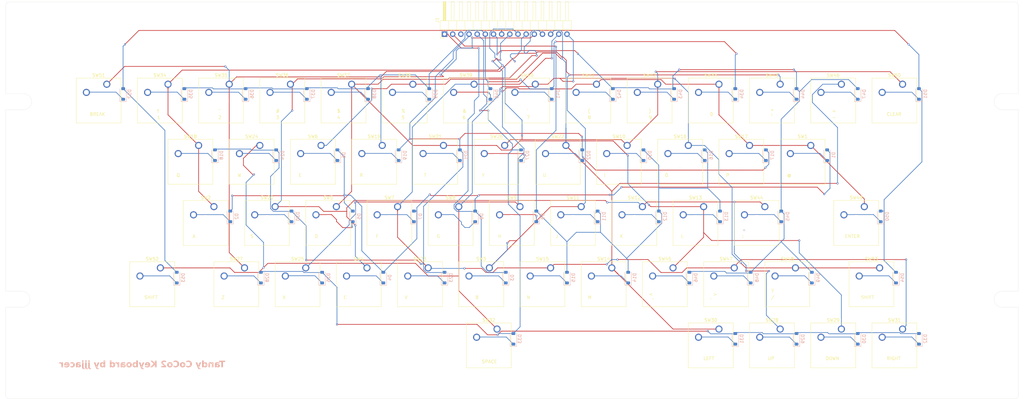
<source format=kicad_pcb>
(kicad_pcb (version 20241229) (generator "pcbnew") (generator_version "9.0")
  (layers (0 "F.Cu" signal) (2 "B.Cu" signal) (13 "F.Paste" user) (15 "B.Paste" user) (5 "F.SilkS" user "F.Silkscreen") (7 "B.SilkS" user "B.Silkscreen") (1 "F.Mask" user) (3 "B.Mask" user) (25 "Edge.Cuts" user))
  (net 0 "")
  (net 1 "Net-(D1-K)")
  (net 2 "ROW0")
  (net 3 "Net-(D2-K)")
  (net 4 "Net-(D3-K)")
  (net 5 "Net-(D4-K)")
  (net 6 "Net-(D5-K)")
  (net 7 "Net-(D6-K)")
  (net 8 "Net-(D7-K)")
  (net 9 "Net-(D8-K)")
  (net 10 "ROW1")
  (net 11 "Net-(D9-K)")
  (net 12 "Net-(D10-K)")
  (net 13 "Net-(D11-K)")
  (net 14 "Net-(D12-K)")
  (net 15 "Net-(D13-K)")
  (net 16 "Net-(D14-K)")
  (net 17 "Net-(D15-K)")
  (net 18 "Net-(D16-K)")
  (net 19 "ROW2")
  (net 20 "Net-(D17-K)")
  (net 21 "Net-(D18-K)")
  (net 22 "Net-(D19-K)")
  (net 23 "Net-(D20-K)")
  (net 24 "Net-(D21-K)")
  (net 25 "Net-(D22-K)")
  (net 26 "Net-(D23-K)")
  (net 27 "Net-(D24-K)")
  (net 28 "ROW3")
  (net 29 "Net-(D25-K)")
  (net 30 "Net-(D27-K)")
  (net 31 "Net-(D28-K)")
  (net 32 "Net-(D29-K)")
  (net 33 "Net-(D30-K)")
  (net 34 "Net-(D31-K)")
  (net 35 "Net-(D32-K)")
  (net 36 "Net-(D33-K)")
  (net 37 "Net-(D34-K)")
  (net 38 "ROW4")
  (net 39 "Net-(D35-K)")
  (net 40 "Net-(D36-K)")
  (net 41 "Net-(D37-K)")
  (net 42 "Net-(D38-K)")
  (net 43 "Net-(D39-K)")
  (net 44 "Net-(D40-K)")
  (net 45 "Net-(D41-K)")
  (net 46 "Net-(D42-K)")
  (net 47 "ROW5")
  (net 48 "Net-(D43-K)")
  (net 49 "Net-(D44-K)")
  (net 50 "Net-(D45-K)")
  (net 51 "Net-(D46-K)")
  (net 52 "Net-(D47-K)")
  (net 53 "Net-(D48-K)")
  (net 54 "Net-(D49-K)")
  (net 55 "Net-(D50-K)")
  (net 56 "ROW6")
  (net 57 "Net-(D51-K)")
  (net 58 "Net-(D52-K)")
  (net 59 "Net-(D53-K)")
  (net 60 "COL0")
  (net 61 "COL1")
  (net 62 "COL2")
  (net 63 "COL3")
  (net 64 "COL4")
  (net 65 "COL5")
  (net 66 "COL6")
  (net 67 "COL7")
  (net 68 "Net-(D54-K)")
  (footprint "Button_Switch_Keyboard:SW_Cherry_MX_1.00u_PCB" (layer "F.Cu") (at 76.7838 87.18)
    (property "Reference" "SW20")
    (property "Value" "SW_Push")
  )
  (footprint "Button_Switch_Keyboard:SW_Cherry_MX_1.00u_PCB" (layer "F.Cu") (at 229.1838 87.18)
    (property "Reference" "SW44")
    (property "Value" "SW_Push")
  )
  (footprint "Button_Switch_Keyboard:SW_Cherry_MX_1.00u_PCB" (layer "F.Cu") (at 105.3588 106.23)
    (property "Reference" "SW4")
    (property "Value" "SW_Push")
  )
  (footprint "Button_Switch_Keyboard:SW_Cherry_MX_1.00u_PCB" (layer "F.Cu") (at 205.3713 68.13)
    (property "Reference" "SW16")
    (property "Value" "SW_Push")
  )
  (footprint "Button_Switch_Keyboard:SW_Cherry_MX_1.00u_PCB" (layer "F.Cu") (at 214.8963 125.28)
    (property "Reference" "SW30")
    (property "Value" "SW_Push")
  )
  (footprint "Button_Switch_Keyboard:SW_Cherry_MX_1.00u_PCB" (layer "F.Cu") (at 272.0463 125.28)
    (property "Reference" "SW31")
    (property "Value" "SW_Push")
  )
  (footprint "Button_Switch_Keyboard:SW_Cherry_MX_1.00u_PCB" (layer "F.Cu") (at 172.0338 87.18)
    (property "Reference" "SW11")
    (property "Value" "SW_Push")
  )
  (footprint "Button_Switch_Keyboard:SW_Cherry_MX_1.00u_PCB" (layer "F.Cu") (at 114.8838 87.18)
    (property "Reference" "SW7")
    (property "Value" "SW_Push")
  )
  (footprint "Button_Switch_Keyboard:SW_Cherry_MX_1.75u_PCB" (layer "F.Cu") (at 41.065 106.23)
    (property "Reference" "SW52")
    (property "Value" "SW_Push")
  )
  (footprint "Button_Switch_Keyboard:SW_Cherry_MX_1.00u_PCB" (layer "F.Cu") (at 72.0213 68.13)
    (property "Reference" "SW24")
    (property "Value" "SW_Push")
  )
  (footprint "Button_Switch_Keyboard:SW_Cherry_MX_1.00u_PCB" (layer "F.Cu") (at 148.2213 68.13)
    (property "Reference" "SW26")
    (property "Value" "SW_Push")
  )
  (footprint "Button_Switch_Keyboard:SW_Cherry_MX_1.00u_PCB" (layer "F.Cu") (at 100.5963 49.08)
    (property "Reference" "SW37")
    (property "Value" "SW_Push")
  )
  (footprint "Button_Switch_Keyboard:SW_Cherry_MX_1.00u_PCB" (layer "F.Cu") (at 224.4213 68.13)
    (property "Reference" "SW17")
    (property "Value" "SW_Push")
  )
  (footprint "Button_Switch_Keyboard:SW_Cherry_MX_1.00u_PCB" (layer "F.Cu") (at 167.2713 68.13)
    (property "Reference" "SW22")
    (property "Value" "SW_Push")
  )
  (footprint "Button_Switch_Keyboard:SW_Cherry_MX_1.00u_PCB" (layer "F.Cu") (at 86.3088 106.23)
    (property "Reference" "SW25")
    (property "Value" "SW_Push")
  )
  (footprint "Button_Switch_Keyboard:SW_Cherry_MX_6.25u_PCB" (layer "F.Cu") (at 145.84 125.28)
    (property "Reference" "SW32")
    (property "Value" "SW_Push")
  )
  (footprint "Button_Switch_Keyboard:SW_Cherry_MX_2.25u_PCB" (layer "F.Cu") (at 260.14 87.18)
    (property "Reference" "SW49")
    (property "Value" "SW_Push")
  )
  (footprint "Button_Switch_Keyboard:SW_Cherry_MX_1.00u_PCB" (layer "F.Cu") (at 214.8963 49.08)
    (property "Reference" "SW33")
    (property "Value" "SW_Push")
  )
  (footprint "Button_Switch_Keyboard:SW_Cherry_MX_1.00u_PCB" (layer "F.Cu") (at 157.7463 49.08)
    (property "Reference" "SW40")
    (property "Value" "SW_Push")
  )
  (footprint "Button_Switch_Keyboard:SW_Cherry_MX_1.00u_PCB" (layer "F.Cu") (at 91.0713 68.13)
    (property "Reference" "SW6")
    (property "Value" "SW_Push")
  )
  (footprint "MountingHole:MountingHole_5mm" (layer "F.Cu") (at -1.5 131.5)
    (property "Reference" "Mount3")
    (property "Value" "MountingHole_5mm")
  )
  (footprint "MountingHole:MountingHole_5mm" (layer "F.Cu") (at 302.5 82)
    (property "Reference" "Mount5")
    (property "Value" "MountingHole_5mm")
  )
  (footprint "Button_Switch_Keyboard:SW_Cherry_MX_1.00u_PCB" (layer "F.Cu") (at 181.5588 106.23)
    (property "Reference" "SW14")
    (property "Value" "SW_Push")
  )
  (footprint "Button_Switch_Keyboard:SW_Cherry_MX_1.00u_PCB" (layer "F.Cu") (at 233.9463 125.28)
    (property "Reference" "SW28")
    (property "Value" "SW_Push")
  )
  (footprint "Connector_PinHeader_2.54mm:PinHeader_1x16_P2.54mm_Horizontal" (layer "F.Cu") (at 129.5 33.5 90)
    (property "Reference" "J1")
    (property "Value" "Conn_01x16_Pin")
  )
  (footprint "Button_Switch_Keyboard:SW_Cherry_MX_1.00u_PCB" (layer "F.Cu") (at 43.4463 49.08)
    (property "Reference" "SW34")
    (property "Value" "SW_Push")
  )
  (footprint "MountingHole:MountingHole_5mm" (layer "F.Cu") (at 302.5 131.5)
    (property "Reference" "Mount6")
    (property "Value" "MountingHole_5mm")
  )
  (footprint "Button_Switch_Keyboard:SW_Cherry_MX_1.00u_PCB" (layer "F.Cu") (at 52.9713 68.13)
    (property "Reference" "SW18")
    (property "Value" "SW_Push")
  )
  (footprint "Button_Switch_Keyboard:SW_Cherry_MX_1.00u_PCB" (layer "F.Cu") (at 57.7338 87.18)
    (property "Reference" "SW2")
    (property "Value" "SW_Push")
  )
  (footprint "Button_Switch_Keyboard:SW_Cherry_MX_1.00u_PCB" (layer "F.Cu") (at 133.9338 87.18)
    (property "Reference" "SW8")
    (property "Value" "SW_Push")
  )
  (footprint "Button_Switch_Keyboard:SW_Cherry_MX_1.00u_PCB" (layer "F.Cu") (at 67.2588 106.23)
    (property "Reference" "SW27")
    (property "Value" "SW_Push")
  )
  (footprint "Button_Switch_Keyboard:SW_Cherry_MX_1.00u_PCB" (layer "F.Cu") (at 210.1338 87.18)
    (property "Reference" "SW13")
    (property "Value" "SW_Push")
  )
  (footprint "Button_Switch_Keyboard:SW_Cherry_MX_1.00u_PCB" (layer "F.Cu") (at 143.4588 106.23)
    (property "Reference" "SW3")
    (property "Value" "SW_Push")
  )
  (footprint "Button_Switch_Keyboard:SW_Cherry_MX_1.00u_PCB" (layer "F.Cu") (at 200.6088 106.23)
    (property "Reference" "SW45")
    (property "Value" "SW_Push")
  )
  (footprint "Button_Switch_Keyboard:SW_Cherry_MX_1.00u_PCB" (layer "F.Cu") (at 176.7963 49.08)
    (property "Reference" "SW41")
    (property "Value" "SW_Push")
  )
  (footprint "Button_Switch_Keyboard:SW_Cherry_MX_1.00u_PCB" (layer "F.Cu") (at 252.9963 125.28)
    (property "Reference" "SW29")
    (property "Value" "SW_Push")
  )
  (footprint "MountingHole:MountingHole_5mm" (layer "F.Cu") (at -1.5 39)
    (property "Reference" "Mount1")
    (property "Value" "MountingHole_5mm")
  )
  (footprint "MountingHole:MountingHole_5mm" (layer "F.Cu") (at 302.5 39)
    (property "Reference" "Mount4")
    (property "Value" "MountingHole_5mm")
  )
  (footprint "Button_Switch_Keyboard:SW_Cherry_MX_1.00u_PCB" (layer "F.Cu") (at 110.1213 68.13)
    (property "Reference" "SW19")
    (property "Value" "SW_Push")
  )
  (footprint "Button_Switch_Keyboard:SW_Cherry_MX_1.00u_PCB" (layer "F.Cu") (at 272.0463 49.08)
    (property "Reference" "SW50")
    (property "Value" "SW_Push")
  )
  (footprint "MountingHole:MountingHole_5mm" (layer "F.Cu") (at -1.5 82)
    (property "Reference" "Mount2")
    (property "Value" "MountingHole_5mm")
  )
  (footprint "Button_Switch_Keyboard:SW_Cherry_MX_1.00u_PCB" (layer "F.Cu") (at 195.8463 49.08)
    (property "Reference" "SW42")
    (property "Value" "SW_Push")
  )
  (footprint "Button_Switch_Keyboard:SW_Cherry_MX_1.00u_PCB" (layer "F.Cu") (at 233.9463 49.08)
    (property "Reference" "SW43")
    (property "Value" "SW_Push")
  )
  (footprint "Button_Switch_Keyboard:SW_Cherry_MX_1.00u_PCB" (layer "F.Cu") (at 238.7088 106.23)
    (property "Reference" "SW48")
    (property "Value" "SW_Push")
  )
  (footprint "Button_Switch_Keyboard:SW_Cherry_MX_1.00u_PCB" (layer "F.Cu") (at 24.3963 49.08)
    (property "Reference" "SW51")
    (property "Value" "SW_Push")
  )
  (footprint "Button_Switch_Keyboard:SW_Cherry_MX_1.00u_PCB" (layer "F.Cu") (at 62.4963 49.08)
    (property "Reference" "SW35")
    (property "Value" "SW_Push")
  )
  (footprint "Button_Switch_Keyboard:SW_Cherry_MX_1.00u_PCB" (layer "F.Cu") (at 81.5463 49.08)
    (property "Reference" "SW36")
    (property "Value" "SW_Push")
  )
  (footprint "Button_Switch_Keyboard:SW_Cherry_MX_1.00u_PCB" (layer "F.Cu") (at 191.0838 87.18)
    (property "Reference" "SW12")
    (property "Value" "SW_Push")
  )
  (footprint "Button_Switch_Keyboard:SW_Cherry_MX_1.00u_PCB" (layer "F.Cu") (at 138.6963 49.08)
    (property "Reference" "SW39")
    (property "Value" "SW_Push")
  )
  (footprint "Button_Switch_Keyboard:SW_Cherry_MX_1.00u_PCB" (layer "F.Cu") (at 152.9838 87.18)
    (property "Reference" "SW9")
    (property "Value" "SW_Push")
  )
  (footprint "Button_Switch_Keyboard:SW_Cherry_MX_1.00u_PCB" (layer "F.Cu") (at 243.4713 68.13)
    (property "Reference" "SW1")
    (property "Value" "SW_Push")
  )
  (footprint "Button_Switch_Keyboard:SW_Cherry_MX_1.00u_PCB" (layer "F.Cu") (at 162.5088 106.23)
    (property "Reference" "SW15")
    (property "Value" "SW_Push")
  )
  (footprint "Button_Switch_Keyboard:SW_Cherry_MX_1.75u_PCB" (layer "F.Cu") (at 264.9025 106.23)
    (property "Reference" "SW53")
    (property "Value" "SW_Push")
  )
  (footprint "Button_Switch_Keyboard:SW_Cherry_MX_1.00u_PCB" (layer "F.Cu") (at 219.6588 106.23)
    (property "Reference" "SW47")
    (property "Value" "SW_Push")
  )
  (footprint "Button_Switch_Keyboard:SW_Cherry_MX_1.00u_PCB" (layer "F.Cu") (at 186.3213 68.13)
    (property "Reference" "SW10")
    (property "Value" "SW_Push")
  )
  (footprint "Button_Switch_Keyboard:SW_Cherry_MX_1.00u_PCB" (layer "F.Cu") (at 252.9963 49.08)
    (property "Reference" "SW46")
    (property "Value" "SW_Push")
  )
  (footprint "Button_Switch_Keyboard:SW_Cherry_MX_1.00u_PCB" (layer "F.Cu") (at 95.8338 87.18)
    (property "Reference" "SW5")
    (property "Value" "SW_Push")
  )
  (footprint "Button_Switch_Keyboard:SW_Cherry_MX_1.00u_PCB" (layer "F.Cu") (at 119.6463 49.08)
    (property "Reference" "SW38")
    (property "Value" "SW_Push")
  )
  (footprint "Button_Switch_Keyboard:SW_Cherry_MX_1.00u_PCB" (layer "F.Cu") (at 124.4088 106.23)
    (property "Reference" "SW23")
    (property "Value" "SW_Push")
  )
  (footprint "Button_Switch_Keyboard:SW_Cherry_MX_1.00u_PCB" (layer "F.Cu") (at 129.1713 68.13)
    (property "Reference" "SW21")
    (property "Value" "SW_Push")
  )
  (footprint "Diode_SMD:D_SOD-123" (layer "B.Cu") (at 258.0763 128.31 90)
    (property "Reference" "D30")
    (property "Value" "D")
  )
  (footprint "Diode_SMD:D_SOD-123" (layer "B.Cu") (at 219.9763 128.31 90)
    (property "Reference" "D31")
    (property "Value" "D")
  )
  (footprint "Diode_SMD:D_SOD-123" (layer "B.Cu") (at 162.8263 52.11 90)
    (property "Reference" "D41")
    (property "Value" "D")
  )
  (footprint "Diode_SMD:D_SOD-123" (layer "B.Cu") (at 219.9763 52.11 90)
    (property "Reference" "D34")
    (property "Value" "D")
  )
  (footprint "Diode_SMD:D_SOD-123" (layer "B.Cu") (at 96.1513 71.16 90)
    (property "Reference" "D6")
    (property "Value" "D")
  )
  (footprint "Diode_SMD:D_SOD-123" (layer "B.Cu") (at 196.1638 90.21 90)
    (property "Reference" "D12")
    (property "Value" "D")
  )
  (footprint "Diode_SMD:D_SOD-123" (layer "B.Cu") (at 200.9263 52.11 90)
    (property "Reference" "D43")
    (property "Value" "D")
  )
  (footprint "Diode_SMD:D_SOD-123" (layer "B.Cu") (at 277.1263 128.31 90)
    (property "Reference" "D32")
    (property "Value" "D")
  )
  (footprint "Diode_SMD:D_SOD-123" (layer "B.Cu") (at 234.2638 90.21 90)
    (property "Reference" "D45")
    (property "Value" "D")
  )
  (footprint "Diode_SMD:D_SOD-123" (layer "B.Cu") (at 205.6888 109.26 90)
    (property "Reference" "D46")
    (property "Value" "D")
  )
  (footprint "Diode_SMD:D_SOD-123" (layer "B.Cu") (at 191.4013 71.16 90)
    (property "Reference" "D10")
    (property "Value" "D")
  )
  (footprint "Diode_SMD:D_SOD-123" (layer "B.Cu") (at 229.5013 71.16 90)
    (property "Reference" "D17")
    (property "Value" "D")
  )
  (footprint "Diode_SMD:D_SOD-123" (layer "B.Cu") (at 62.8138 90.21 90)
    (property "Reference" "D2")
    (property "Value" "D")
  )
  (footprint "Diode_SMD:D_SOD-123" (layer "B.Cu") (at 134.2513 71.16 90)
    (property "Reference" "D21")
    (property "Value" "D")
  )
  (footprint "Diode_SMD:D_SOD-123" (layer "B.Cu") (at 110.4388 109.26 90)
    (property "Reference" "D4")
    (property "Value" "D")
  )
  (footprint "Diode_SMD:D_SOD-123" (layer "B.Cu") (at 215.2138 90.21 90)
    (property "Reference" "D13")
    (property "Value" "D")
  )
  (footprint "Diode_SMD:D_SOD-123" (layer "B.Cu") (at 148.5388 109.26 90)
    (property "Reference" "D3")
    (property "Value" "D")
  )
  (footprint "Diode_SMD:D_SOD-123" (layer "B.Cu") (at 115.2013 71.16 90)
    (property "Reference" "D19")
    (property "Value" "D")
  )
  (footprint "Diode_SMD:D_SOD-123" (layer "B.Cu") (at 177.1138 90.21 90)
    (property "Reference" "D11")
    (property "Value" "D")
  )
  (footprint "Diode_SMD:D_SOD-123" (layer "B.Cu") (at 172.3513 71.16 90)
    (property "Reference" "D22")
    (property "Value" "D")
  )
  (footprint "Diode_SMD:D_SOD-123" (layer "B.Cu") (at 210.4513 71.16 90)
    (property "Reference" "D16")
    (property "Value" "D")
  )
  (footprint "Diode_SMD:D_SOD-123" (layer "B.Cu") (at 181.8763 52.11 90)
    (property "Reference" "D42")
    (property "Value" "D")
  )
  (footprint "Diode_SMD:D_SOD-123" (layer "B.Cu") (at 46.145 109.26 90)
    (property "Reference" "D53")
    (property "Value" "D")
  )
  (footprint "Diode_SMD:D_SOD-123" (layer "B.Cu") (at 124.7263 52.11 90)
    (property "Reference" "D39")
    (property "Value" "D")
  )
  (footprint "Diode_SMD:D_SOD-123" (layer "B.Cu") (at 258.0763 52.11 90)
    (property "Reference" "D47")
    (property "Value" "D")
  )
  (footprint "Diode_SMD:D_SOD-123" (layer "B.Cu") (at 91.3888 109.26 90)
    (property "Reference" "D25")
    (property "Value" "D")
  )
  (footprint "Diode_SMD:D_SOD-123" (layer "B.Cu") (at 239.0263 128.31 90)
    (property "Reference" "D29")
    (property "Value" "D")
  )
  (footprint "Diode_SMD:D_SOD-123" (layer "B.Cu") (at 248.5513 71.16 90)
    (property "Reference" "D1")
    (property "Value" "D")
  )
  (footprint "Diode_SMD:D_SOD-123" (layer "B.Cu") (at 129.4888 109.26 90)
    (property "Reference" "D23")
    (property "Value" "D")
  )
  (footprint "Diode_SMD:D_SOD-123" (layer "B.Cu") (at 150.92 128.31 90)
    (property "Reference" "D33")
    (property "Value" "D")
  )
  (footprint "Diode_SMD:D_SOD-123" (layer "B.Cu") (at 139.0138 90.21 90)
    (property "Reference" "D8")
    (property "Value" "D")
  )
  (footprint "Diode_SMD:D_SOD-123" (layer "B.Cu") (at 48.5263 52.11 90)
    (property "Reference" "D35")
    (property "Value" "D")
  )
  (footprint "Diode_SMD:D_SOD-123" (layer "B.Cu") (at 224.7388 109.26 90)
    (property "Reference" "D48")
    (property "Value" "D")
  )
  (footprint "Diode_SMD:D_SOD-123" (layer "B.Cu") (at 158.0638 90.21 90)
    (property "Reference" "D9")
    (property "Value" "D")
  )
  (footprint "Diode_SMD:D_SOD-123" (layer "B.Cu") (at 105.6763 52.11 90)
    (property "Reference" "D38")
    (property "Value" "D")
  )
  (footprint "Diode_SMD:D_SOD-123" (layer "B.Cu") (at 29.4763 52.11 90)
    (property "Reference" "D52")
    (property "Value" "D")
  )
  (footprint "Diode_SMD:D_SOD-123" (layer "B.Cu") (at 81.8638 90.21 90)
    (property "Reference" "D20")
    (property "Value" "D")
  )
  (footprint "Diode_SMD:D_SOD-123" (layer "B.Cu") (at 72.3388 109.26 90)
    (property "Reference" "D28")
    (property "Value" "D")
  )
  (footprint "Diode_SMD:D_SOD-123" (layer "B.Cu") (at 143.7763 52.11 90)
    (property "Reference" "D40")
    (property "Value" "D")
  )
  (footprint "Diode_SMD:D_SOD-123" (layer "B.Cu") (at 153.3013 71.16 90)
    (property "Reference" "D27")
    (property "Value" "D")
  )
  (footprint "Diode_SMD:D_SOD-123" (layer "B.Cu") (at 265.22 90.21 90)
    (property "Reference" "D50")
    (property "Value" "D")
  )
  (footprint "Diode_SMD:D_SOD-123" (layer "B.Cu") (at 277.1263 52.11 90)
    (property "Reference" "D51")
    (property "Value" "D")
  )
  (footprint "Diode_SMD:D_SOD-123" (layer "B.Cu") (at 119.9638 90.21 90)
    (property "Reference" "D7")
    (property "Value" "D")
  )
  (footprint "Diode_SMD:D_SOD-123" (layer "B.Cu") (at 167.5888 109.26 90)
    (property "Reference" "D15")
    (property "Value" "D")
  )
  (footprint "Diode_SMD:D_SOD-123" (layer "B.Cu") (at 186.6388 109.26 90)
    (property "Reference" "D14")
    (property "Value" "D")
  )
  (footprint "Diode_SMD:D_SOD-123" (layer "B.Cu") (at 77.1013 71.16 90)
    (property "Reference" "D24")
    (property "Value" "D")
  )
  (footprint "Diode_SMD:D_SOD-123" (layer "B.Cu") (at 100.9138 90.21 90)
    (property "Reference" "D5")
    (property "Value" "D")
  )
  (footprint "Diode_SMD:D_SOD-123" (layer "B.Cu") (at 67.5763 52.11 90)
    (property "Reference" "D36")
    (property "Value" "D")
  )
  (footprint "Diode_SMD:D_SOD-123" (layer "B.Cu") (at 243.7888 109.26 90)
    (property "Reference" "D49")
    (property "Value" "D")
  )
  (footprint "Diode_SMD:D_SOD-123" (layer "B.Cu") (at 269.9825 109.26 90)
    (property "Reference" "D54")
    (property "Value" "D")
  )
  (footprint "Diode_SMD:D_SOD-123" (layer "B.Cu") (at 239.0263 52.11 90)
    (property "Reference" "D44")
    (property "Value" "D")
  )
  (footprint "Diode_SMD:D_SOD-123" (layer "B.Cu") (at 58.0513 71.16 90)
    (property "Reference" "D18")
    (property "Value" "D")
  )
  (footprint "Diode_SMD:D_SOD-123" (layer "B.Cu") (at 86.6263 52.11 90)
    (property "Reference" "D37")
    (property "Value" "D")
  )
  (gr_arc (start -6 147) (mid -6.707107 146.707107) (end -7 146) (stroke (width 0.05)) (layer "Edge.Cuts"))
  (gr_line (start -2 113.5) (end -7 113.5) (stroke (width 0.05)) (layer "Edge.Cuts"))
  (gr_line (start 308 57) (end 308 113.5) (stroke (width 0.05)) (layer "Edge.Cuts"))
  (gr_arc (start -2 113.5) (mid 0.5 116) (end -2 118.5) (stroke (width 0.05)) (layer "Edge.Cuts"))
  (gr_arc (start 307 23.5) (mid 307.707107 23.792893) (end 308 24.5) (stroke (width 0.05)) (layer "Edge.Cuts"))
  (gr_arc (start 303 118.5) (mid 300.5 116) (end 303 113.5) (stroke (width 0.05)) (layer "Edge.Cuts"))
  (gr_line (start -7 57) (end -7 113.5) (stroke (width 0.05)) (layer "Edge.Cuts"))
  (gr_arc (start -7 24.5) (mid -6.707107 23.792893) (end -6 23.5) (stroke (width 0.05)) (layer "Edge.Cuts"))
  (gr_arc (start -1.5 52) (mid 1 54.5) (end -1.5 57) (stroke (width 0.05)) (layer "Edge.Cuts"))
  (gr_line (start -7 118.5) (end -7 146.000001) (stroke (width 0.05)) (layer "Edge.Cuts"))
  (gr_line (start -2 118.5) (end -7 118.5) (stroke (width 0.05)) (layer "Edge.Cuts"))
  (gr_line (start -6.999999 52) (end -7 24.499999) (stroke (width 0.05)) (layer "Edge.Cuts"))
  (gr_line (start 308 118.5) (end 308 146) (stroke (width 0.05)) (layer "Edge.Cuts"))
  (gr_line (start -6 23.5) (end 306.999999 23.500001) (stroke (width 0.05)) (layer "Edge.Cuts"))
  (gr_arc (start 308 146) (mid 307.707107 146.707107) (end 307 147) (stroke (width 0.05)) (layer "Edge.Cuts"))
  (gr_line (start -1.5 52) (end -7 52) (stroke (width 0.05)) (layer "Edge.Cuts"))
  (gr_line (start -1.5 57) (end -7 57) (stroke (width 0.05)) (layer "Edge.Cuts"))
  (gr_line (start 307 147) (end -6 147) (stroke (width 0.05)) (layer "Edge.Cuts"))
  (gr_line (start 303 52) (end 308 52) (stroke (width 0.05)) (layer "Edge.Cuts"))
  (gr_line (start 303 118.5) (end 308 118.5) (stroke (width 0.05)) (layer "Edge.Cuts"))
  (gr_arc (start 303 57) (mid 300.5 54.5) (end 303 52) (stroke (width 0.05)) (layer "Edge.Cuts"))
  (gr_line (start 303 113.5) (end 308 113.5) (stroke (width 0.05)) (layer "Edge.Cuts"))
  (gr_line (start 308 24.5) (end 308 52) (stroke (width 0.05)) (layer "Edge.Cuts"))
  (gr_line (start 303 57) (end 308 57) (stroke (width 0.05)) (layer "Edge.Cuts"))
  (gr_text "4" (at 96 60 0) (layer "F.SilkS") (effects (font (size 1 1)) (justify left bottom)))
  (gr_text "L" (at 203 97 0) (layer "F.SilkS") (effects (font (size 1 1)) (justify left bottom)))
  (gr_text "T" (at 123 78 0) (layer "F.SilkS") (effects (font (size 1 1)) (justify left bottom)))
  (gr_text "5" (at 116 60 0) (layer "F.SilkS") (effects (font (size 1 1)) (justify left bottom)))
  (gr_text "?" (at 231 114 0) (layer "F.SilkS") (effects (font (size 1 1)) (justify left bottom)))
  (gr_text "/" (at 231 116 0) (layer "F.SilkS") (effects (font (size 1 1)) (justify left bottom)))
  (gr_text "Z" (at 60 116 0) (layer "F.SilkS") (effects (font (size 1 1)) (justify left bottom)))
  (gr_text "LEFT" (at 210 135 0) (layer "F.SilkS") (effects (font (size 1 1)) (justify left bottom)))
  (gr_text ":" (at 231 59 0) (layer "F.SilkS") (effects (font (size 1 1)) (justify left bottom)))
  (gr_text "0" (at 212 59 0) (layer "F.SilkS") (effects (font (size 1 1)) (justify left bottom)))
  (gr_text "'" (at 155 58 0) (layer "F.SilkS") (effects (font (size 1 1)) (justify left bottom)))
  (gr_text "S" (at 69 97 0) (layer "F.SilkS") (effects (font (size 1 1)) (justify left bottom)))
  (gr_text "D" (at 89 97 0) (layer "F.SilkS") (effects (font (size 1 1)) (justify left bottom)))
  (gr_text "RIGHT" (at 267 135 0) (layer "F.SilkS") (effects (font (size 1 1)) (justify left bottom)))
  (gr_text "C" (at 98 116 0) (layer "F.SilkS") (effects (font (size 1 1)) (justify left bottom)))
  (gr_text "K" (at 184 97 0) (layer "F.SilkS") (effects (font (size 1 1)) (justify left bottom)))
  (gr_text "8" (at 174 60 0) (layer "F.SilkS") (effects (font (size 1 1)) (justify left bottom)))
  (gr_text "Q" (at 46 78 0) (layer "F.SilkS") (effects (font (size 1 1)) (justify left bottom)))
  (gr_text "6" (at 135 60 0) (layer "F.SilkS") (effects (font (size 1 1)) (justify left bottom)))
  (gr_text ";" (at 222 97 0) (layer "F.SilkS") (effects (font (size 1 1)) (justify left bottom)))
  (gr_text "P" (at 217 78 0) (layer "F.SilkS") (effects (font (size 1 1)) (justify left bottom)))
  (gr_text "*" (at 231 58 0) (layer "F.SilkS") (effects (font (size 1 1)) (justify left bottom)))
  (gr_text "UP" (at 230 135 0) (layer "F.SilkS") (effects (font (size 1 1)) (justify left bottom)))
  (gr_text "CLEAR" (at 267 59 0) (layer "F.SilkS") (effects (font (size 1 1)) (justify left bottom)))
  (gr_text "DOWN" (at 248 135 0) (layer "F.SilkS") (effects (font (size 1 1)) (justify left bottom)))
  (gr_text "O" (at 198 78 0) (layer "F.SilkS") (effects (font (size 1 1)) (justify left bottom)))
  (gr_text "BREAK" (at 19 59 0) (layer "F.SilkS") (effects (font (size 1 1)) (justify left bottom)))
  (gr_text "B" (at 139 116 0) (layer "F.SilkS") (effects (font (size 1 1)) (justify left bottom)))
  (gr_text "V" (at 117 116 0) (layer "F.SilkS") (effects (font (size 1 1)) (justify left bottom)))
  (gr_text "&" (at 135 58 0) (layer "F.SilkS") (effects (font (size 1 1)) (justify left bottom)))
  (gr_text "U" (at 160 78 0) (layer "F.SilkS") (effects (font (size 1 1)) (justify left bottom)))
  (gr_text "W" (at 65 78 0) (layer "F.SilkS") (effects (font (size 1 1)) (justify left bottom)))
  (gr_text "M" (at 174 116 0) (layer "F.SilkS") (effects (font (size 1 1)) (justify left bottom)))
  (gr_text "%" (at 116 58 0) (layer "F.SilkS") (effects (font (size 1 1)) (justify left bottom)))
  (gr_text ")" (at 193 58 0) (layer "F.SilkS") (effects (font (size 1 1)) (justify left bottom)))
  (gr_text "N" (at 155 116 0) (layer "F.SilkS") (effects (font (size 1 1)) (justify left bottom)))
  (gr_text "G" (at 127 97 0) (layer "F.SilkS") (effects (font (size 1 1)) (justify left bottom)))
  (gr_text ">" (at 213 115 0) (layer "F.SilkS") (effects (font (size 1 1)) (justify left bottom)))
  (gr_text "F" (at 108 97 0) (layer "F.SilkS") (effects (font (size 1 1)) (justify left bottom)))
  (gr_text "I" (at 179 78 0) (layer "F.SilkS") (effects (font (size 1 1)) (justify left bottom)))
  (gr_text "," (at 194 116 0) (layer "F.SilkS") (effects (font (size 1 1)) (justify left bottom)))
  (gr_text "!" (at 40 58 0) (layer "F.SilkS") (effects (font (size 1 1)) (justify left bottom)))
  (gr_text "ENTER" (at 254 97 0) (layer "F.SilkS") (effects (font (size 1 1)) (justify left bottom)))
  (gr_text "-" (at 250 60 0) (layer "F.SilkS") (effects (font (size 1 1)) (justify left bottom)))
  (gr_text "7" (at 155 60 0) (layer "F.SilkS") (effects (font (size 1 1)) (justify left bottom)))
  (gr_text "SPACE" (at 141 136 0) (layer "F.SilkS") (effects (font (size 1 1)) (justify left bottom)))
  (gr_text "@" (at 236 78 0) (layer "F.SilkS") (effects (font (size 1 1)) (justify left bottom)))
  (gr_text "2" (at 59 60 0) (layer "F.SilkS") (effects (font (size 1 1)) (justify left bottom)))
  (gr_text "1" (at 40 60 0) (layer "F.SilkS") (effects (font (size 1 1)) (justify left bottom)))
  (gr_text "R" (at 103 78 0) (layer "F.SilkS") (effects (font (size 1 1)) (justify left bottom)))
  (gr_text "." (at 212 116 0) (layer "F.SilkS") (effects (font (size 1 1)) (justify left bottom)))
  (gr_text "X" (at 79 116 0) (layer "F.SilkS") (effects (font (size 1 1)) (justify left bottom)))
  (gr_text "9" (at 193 60 0) (layer "F.SilkS") (effects (font (size 1 1)) (justify left bottom)))
  (gr_text "E" (at 84 78 0) (layer "F.SilkS") (effects (font (size 1 1)) (justify left bottom)))
  (gr_text "#" (at 77 58 0) (layer "F.SilkS") (effects (font (size 1 1)) (justify left bottom)))
  (gr_text "H" (at 146 97 0) (layer "F.SilkS") (effects (font (size 1 1)) (justify left bottom)))
  (gr_text "(" (at 174 58 0) (layer "F.SilkS") (effects (font (size 1 1)) (justify left bottom)))
  (gr_text "J" (at 164 97 0) (layer "F.SilkS") (effects (font (size 1 1)) (justify left bottom)))
  (gr_text "{dblquote}" (at 59 58 0) (layer "F.SilkS") (effects (font (size 1 1)) (justify left bottom)))
  (gr_text "SHIFT" (at 259 116 0) (layer "F.SilkS") (effects (font (size 1 1)) (justify left bottom)))
  (gr_text "A" (at 51 97 0) (layer "F.SilkS") (effects (font (size 1 1)) (justify left bottom)))
  (gr_text "Y" (at 141 78 0) (layer "F.SilkS") (effects (font (size 1 1)) (justify left bottom)))
  (gr_text "<" (at 193 115 0) (layer "F.SilkS") (effects (font (size 1 1)) (justify left bottom)))
  (gr_text "=" (at 250 58 0) (layer "F.SilkS") (effects (font (size 1 1)) (justify left bottom)))
  (gr_text "SHIFT" (at 36 116 0) (layer "F.SilkS") (effects (font (size 1 1)) (justify left bottom)))
  (gr_text "3" (at 77 60 0) (layer "F.SilkS") (effects (font (size 1 1)) (justify left bottom)))
  (gr_text "$" (at 96 58 0) (layer "F.SilkS") (effects (font (size 1 1)) (justify left bottom)))
  (gr_text "Tandy CoCo2 Keyboard by jjjacer" (at 61.25 137.5 0) (layer "B.SilkS") (effects (font (size 2 2) (thickness 0.2) (bold yes)) (justify left bottom mirror)))
  (gr_text "+" (at 222 95 0) (layer "Edge.Cuts") (effects (font (size 1 1)) (justify left bottom)))
  (segment (start 248.5513 72.81) (end 246.342 70.6007) (width 0.2) (layer "B.Cu") (net 1))
  (segment (start 246.342 70.6007) (end 237.1906 70.6007) (width 0.2) (layer "B.Cu") (net 1))
  (segment (start 237.1906 70.6007) (end 237.1213 70.67) (width 0.2) (layer "B.Cu") (net 1))
  (segment (start 247.6624 83.2841) (end 245.4963 81.118) (width 0.2) (layer "F.Cu") (net 2))
  (segment (start 130.6517 33.5) (end 130.6517 33.7879) (width 0.2) (layer "F.Cu") (net 2))
  (segment (start 245.4963 81.118) (end 184.5736 81.118) (width 0.2) (layer "F.Cu") (net 2))
  (segment (start 130.6517 33.7879) (end 134.7015 37.8377) (width 0.2) (layer "F.Cu") (net 2))
  (segment (start 140.3095 83.5126) (end 140.0932 83.7289) (width 0.2) (layer "F.Cu") (net 2))
  (segment (start 129.5 33.5) (end 130.6517 33.5) (width 0.2) (layer "F.Cu") (net 2))
  (segment (start 98.1243 83.776) (end 98.295 83.6053) (width 0.2) (layer "F.Cu") (net 2))
  (segment (start 180.939 83.5126) (end 140.3095 83.5126) (width 0.2) (layer "F.Cu") (net 2))
  (segment (start 134.7015 37.8377) (end 140.0752 37.8377) (width 0.2) (layer "F.Cu") (net 2))
  (segment (start 63.4313 83.776) (end 98.1243 83.776) (width 0.2) (layer "F.Cu") (net 2))
  (segment (start 125.2252 83.7289) (end 124.91 83.4137) (width 0.2) (layer "F.Cu") (net 2))
  (segment (start 140.0932 83.7289) (end 125.2252 83.7289) (width 0.2) (layer "F.Cu") (net 2))
  (via (at 140.0932 83.7289) (size 0.6) (drill 0.3) (layers "F.Cu" "B.Cu") (net 2))
  (via (at 124.91 83.4137) (size 0.6) (drill 0.3) (layers "F.Cu" "B.Cu") (net 2))
  (via (at 184.5736 81.118) (size 0.6) (drill 0.3) (layers "F.Cu" "B.Cu") (net 2))
  (via (at 247.6624 83.2841) (size 0.6) (drill 0.3) (layers "F.Cu" "B.Cu") (net 2))
  (via (at 63.4313 83.776) (size 0.6) (drill 0.3) (layers "F.Cu" "B.Cu") (net 2))
  (via (at 98.295 83.6053) (size 0.6) (drill 0.3) (layers "F.Cu" "B.Cu") (net 2))
  (via (at 140.0752 37.8377) (size 0.6) (drill 0.3) (layers "F.Cu" "B.Cu") (net 2))
  (via (at 180.939 83.5126) (size 0.6) (drill 0.3) (layers "F.Cu" "B.Cu") (net 2))
  (segment (start 132.4912 86.5741) (end 132.4912 87.7768) (width 0.2) (layer "B.Cu") (net 2))
  (segment (start 182.179 83.5126) (end 180.939 83.5126) (width 0.2) (layer "B.Cu") (net 2))
  (segment (start 248.542 69.5198) (end 248.541 69.5198) (width 0.2) (layer "B.Cu") (net 2))
  (segment (start 119.954 88.5702) (end 119.959 88.5651) (width 0.2) (layer "B.Cu") (net 2))
  (segment (start 98.295 71.6537) (end 98.295 83.6053) (width 0.2) (layer "B.Cu") (net 2))
  (segment (start 110.4385 107.6105) (end 110.4388 107.6102) (width 0.2) (layer "B.Cu") (net 2))
  (segment (start 139.009 88.5651) (end 139.014 88.56) (width 0.2) (layer "B.Cu") (net 2))
  (segment (start 98.295 83.6053) (end 98.295 85.9612) (width 0.2) (layer "B.Cu") (net 2))
  (segment (start 110.4388 107.6102) (end 110.4388 107.61) (width 0.2) (layer "B.Cu") (net 2))
  (segment (start 119.964 88.5602) (end 119.964 88.56) (width 0.2) (layer "B.Cu") (net 2))
  (segment (start 140.0752 37.8377) (end 140.1742 37.9367) (width 0.2) (layer "B.Cu") (net 2))
  (segment (start 249.4572 70.4159) (end 249.4572 81.4893) (width 0.2) (layer "B.Cu") (net 2))
  (segment (start 119.959 88.5651) (end 119.964 88.56) (width 0.2) (layer "B.Cu") (net 2))
  (segment (start 119.964 88.5602) (end 120.8806 88.5602) (width 0.2) (layer "B.Cu") (net 2))
  (segment (start 148.535 107.614) (end 148.529 107.62) (width 0.2) (layer "B.Cu") (net 2))
  (segment (start 120.8806 87.4431) (end 120.8806 88.5602) (width 0.2) (layer "B.Cu") (net 2))
  (segment (start 148.538 107.611) (end 148.5385 107.6105) (width 0.2) (layer "B.Cu") (net 2))
  (segment (start 100.909 88.5651) (end 100.914 88.56) (width 0.2) (layer "B.Cu") (net 2))
  (segment (start 110.435 107.614) (end 110.436 107.612) (width 0.2) (layer "B.Cu") (net 2))
  (segment (start 142.9096 107.6837) (end 140.9189 105.693) (width 0.2) (layer "B.Cu") (net 2))
  (segment (start 248.551 69.51) (end 248.542 69.5198) (width 0.2) (layer "B.Cu") (net 2))
  (segment (start 139.014 88.56) (end 139.014 88.5602) (width 0.2) (layer "B.Cu") (net 2))
  (segment (start 136.8119 82.2534) (end 132.4912 86.5741) (width 0.2) (layer "B.Cu") (net 2))
  (segment (start 138.9158 88.6584) (end 139.004 88.5702) (width 0.2) (layer "B.Cu") (net 2))
  (segment (start 148.4653 107.6837) (end 142.9096 107.6837) (width 0.2) (layer "B.Cu") (net 2))
  (segment (start 139.0138 88.56) (end 139.014 88.56) (width 0.2) (layer "B.Cu") (net 2))
  (segment (start 249.4572 81.4893) (end 247.6624 83.2841) (width 0.2) (layer "B.Cu") (net 2))
  (segment (start 139.004 88.5702) (end 139.009 88.5651) (width 0.2) (layer "B.Cu") (net 2))
  (segment (start 139.014 84.8081) (end 139.014 88.56) (width 0.2) (layer "B.Cu") (net 2))
  (segment (start 148.527 107.622) (end 148.4653 107.6837) (width 0.2) (layer "B.Cu") (net 2))
  (segment (start 138.7618 58.1666) (end 136.8119 60.1165) (width 0.2) (layer "B.Cu") (net 2))
  (segment (start 62.8138 88.56) (end 63.4313 87.9425) (width 0.2) (layer "B.Cu") (net 2))
  (segment (start 119.959 88.5651) (end 119.964 88.5603) (width 0.2) (layer "B.Cu") (net 2))
  (segment (start 132.4912 87.7768) (end 133.3728 88.6584) (width 0.2) (layer "B.Cu") (net 2))
  (segment (start 248.5513 69.51) (end 248.551 69.51) (width 0.2) (layer "B.Cu") (net 2))
  (segment (start 110.436 107.612) (end 110.438 107.611) (width 0.2) (layer "B.Cu") (net 2))
  (segment (start 100.9138 88.56) (end 100.914 88.56) (width 0.2) (layer "B.Cu") (net 2))
  (segment (start 120.8806 88.5602) (end 120.8806 97.1682) (width 0.2) (layer "B.Cu") (net 2))
  (segment (start 119.9638 88.56) (end 119.964 88.56) (width 0.2) (layer "B.Cu") (net 2))
  (segment (start 140.0932 83.7289) (end 139.014 84.8081) (width 0.2) (layer "B.Cu") (net 2))
  (segment (start 96.1513 69.51) (end 98.295 71.6537) (width 0.2) (layer "B.Cu") (net 2))
  (segment (start 248.5513 69.51) (end 249.4572 70.4159) (width 0.2) (layer "B.Cu") (net 2))
  (segment (start 96.1413 69.52) (end 96.1412 69.52) (width 0.2) (layer "B.Cu") (net 2))
  (segment (start 248.541 69.5198) (end 248.551 69.51) (width 0.2) (layer "B.Cu") (net 2))
  (segment (start 119.964 88.56) (end 119.964 88.5602) (width 0.2) (layer "B.Cu") (net 2))
  (segment (start 133.3728 88.6584) (end 138.9158 88.6584) (width 0.2) (layer "B.Cu") (net 2))
  (segment (start 140.9189 105.693) (end 140.9189 90.4652) (width 0.2) (layer "B.Cu") (net 2))
  (segment (start 98.295 85.9612) (end 100.904 88.5702) (width 0.2) (layer "B.Cu") (net 2))
  (segment (start 63.4313 87.9425) (end 63.4313 83.776) (width 0.2) (layer "B.Cu") (net 2))
  (segment (start 119.964 88.5602) (end 119.954 88.5702) (width 0.2) (layer "B.Cu") (net 2))
  (segment (start 110.432 107.617) (end 110.435 107.614) (width 0.2) (layer "B.Cu") (net 2))
  (segment (start 138.7618 54.2345) (end 138.7618 58.1666) (width 0.2) (layer "B.Cu") (net 2))
  (segment (start 148.527 107.622) (end 148.528 107.621) (width 0.2) (layer "B.Cu") (net 2))
  (segment (start 148.5388 107.6102) (end 148.5388 107.61) (width 0.2) (layer "B.Cu") (net 2))
  (segment (start 139.009 88.5651) (end 139.014 88.5603) (width 0.2) (layer "B.Cu") (net 2))
  (segment (start 140.1742 37.9367) (end 140.1742 52.8221) (width 0.2) (layer "B.Cu") (net 2))
  (segment (start 100.914 88.5602) (end 100.904 88.5702) (width 0.2) (layer "B.Cu") (net 2))
  (segment (start 148.528 107.621) (end 148.527 107.622) (width 0.2) (layer "B.Cu") (net 2))
  (segment (start 139.014 88.5603) (end 139.014 88.56) (width 0.2) (layer "B.Cu") (net 2))
  (segment (start 148.528 107.621) (end 148.529 107.62) (width 0.2) (layer "B.Cu") (net 2))
  (segment (start 124.91 83.4137) (end 120.8806 87.4431) (width 0.2) (layer "B.Cu") (net 2))
  (segment (start 148.536 107.612) (end 148.535 107.614) (width 0.2) (layer "B.Cu") (net 2))
  (segment (start 140.1742 52.8221) (end 138.7618 54.2345) (width 0.2) (layer "B.Cu") (net 2))
  (segment (start 148.538 107.611) (end 148.536 107.612) (width 0.2) (layer "B.Cu") (net 2))
  (segment (start 100.914 88.56) (end 100.914 88.5602) (width 0.2) (layer "B.Cu") (net 2))
  (segment (start 184.5736 81.118) (end 182.179 83.5126) (width 0.2) (layer "B.Cu") (net 2))
  (segment (start 110.432 107.617) (end 103.7493 100.9343) (width 0.2) (layer "B.Cu") (net 2))
  (segment (start 110.438 107.611) (end 110.4385 107.6105) (width 0.2) (layer "B.Cu") (net 2))
  (segment (start 120.8806 97.1682) (end 110.4388 107.61) (width 0.2) (layer "B.Cu") (net 2))
  (segment (start 96.1412 69.52) (end 96.1512 69.51) (width 0.2) (layer "B.Cu") (net 2))
  (segment (start 103.7493 100.9343) (end 103.7493 87.0994) (width 0.2) (layer "B.Cu") (net 2))
  (segment (start 100.914 88.5603) (end 100.914 88.56) (width 0.2) (layer "B.Cu") (net 2))
  (segment (start 139.014 88.5602) (end 139.004 88.5702) (width 0.2) (layer "B.Cu") (net 2))
  (segment (start 110.429 107.62) (end 110.432 107.617) (width 0.2) (layer "B.Cu") (net 2))
  (segment (start 96.1513 69.51) (end 96.1413 69.52) (width 0.2) (layer "B.Cu") (net 2))
  (segment (start 100.2552 83.6053) (end 98.295 83.6053) (width 0.2) (layer "B.Cu") (net 2))
  (segment (start 136.8119 60.1165) (end 136.8119 82.2534) (width 0.2) (layer "B.Cu") (net 2))
  (segment (start 100.904 88.5702) (end 100.909 88.5651) (width 0.2) (layer "B.Cu") (net 2))
  (segment (start 100.909 88.5651) (end 100.914 88.5603) (width 0.2) (layer "B.Cu") (net 2))
  (segment (start 110.4385 107.6105) (end 110.439 107.61) (width 0.2) (layer "B.Cu") (net 2))
  (segment (start 140.9189 90.4652) (end 139.014 88.5603) (width 0.2) (layer "B.Cu") (net 2))
  (segment (start 103.7493 87.0994) (end 100.2552 83.6053) (width 0.2) (layer "B.Cu") (net 2))
  (segment (start 148.5385 107.6105) (end 148.5388 107.6102) (width 0.2) (layer "B.Cu") (net 2))
  (segment (start 148.538 107.611) (end 148.5385 107.6105) (width 0.2) (layer "B.Cu") (net 2))
  (segment (start 119.964 88.5603) (end 119.964 88.5602) (width 0.2) (layer "B.Cu") (net 2))
  (segment (start 148.529 107.62) (end 148.528 107.621) (width 0.2) (layer "B.Cu") (net 2))
  (segment (start 51.3838 89.72) (end 51.4349 89.6689) (width 0.2) (layer "B.Cu") (net 3))
  (segment (start 60.6227 89.6689) (end 62.8138 91.86) (width 0.2) (layer "B.Cu") (net 3))
  (segment (start 51.4349 89.6689) (end 60.6227 89.6689) (width 0.2) (layer "B.Cu") (net 3))
  (segment (start 137.1599 108.7189) (end 146.3477 108.7189) (width 0.2) (layer "B.Cu") (net 4))
  (segment (start 137.1088 108.77) (end 137.1599 108.7189) (width 0.2) (layer "B.Cu") (net 4))
  (segment (start 146.3477 108.7189) (end 148.5388 110.91) (width 0.2) (layer "B.Cu") (net 4))
  (segment (start 108.2295 108.7007) (end 99.0781 108.7007) (width 0.2) (layer "B.Cu") (net 5))
  (segment (start 99.0781 108.7007) (end 99.0088 108.77) (width 0.2) (layer "B.Cu") (net 5))
  (segment (start 110.4388 110.91) (end 108.2295 108.7007) (width 0.2) (layer "B.Cu") (net 5))
  (segment (start 100.6923 93.4822) (end 100.4625 93.712) (width 0.2) (layer "F.Cu") (net 6))
  (segment (start 94.3276 89.6591) (end 89.5447 89.6591) (width 0.2) (layer "F.Cu") (net 6))
  (segment (start 89.5447 89.6591) (end 89.4838 89.72) (width 0.2) (layer "F.Cu") (net 6))
  (segment (start 97.8195 93.712) (end 95.8688 91.7613) (width 0.2) (layer "F.Cu") (net 6))
  (segment (start 95.8688 91.2003) (end 94.3276 89.6591) (width 0.2) (layer "F.Cu") (net 6))
  (segment (start 100.4625 93.712) (end 97.8195 93.712) (width 0.2) (layer "F.Cu") (net 6))
  (segment (start 95.8688 91.7613) (end 95.8688 91.2003) (width 0.2) (layer "F.Cu") (net 6))
  (via (at 100.6923 93.4822) (size 0.6) (drill 0.3) (layers "F.Cu" "B.Cu") (net 6))
  (segment (start 100.9138 91.86) (end 100.6923 92.0815) (width 0.2) (layer "B.Cu") (net 6))
  (segment (start 100.6923 92.0815) (end 100.6923 93.4822) (width 0.2) (layer "B.Cu") (net 6))
  (segment (start 93.942 70.6007) (end 84.7906 70.6007) (width 0.2) (layer "B.Cu") (net 7))
  (segment (start 96.1513 72.81) (end 93.942 70.6007) (width 0.2) (layer "B.Cu") (net 7))
  (segment (start 84.7906 70.6007) (end 84.7213 70.67) (width 0.2) (layer "B.Cu") (net 7))
  (segment (start 108.5338 89.72) (end 108.5849 89.6689) (width 0.2) (layer "B.Cu") (net 8))
  (segment (start 108.5849 89.6689) (end 117.7727 89.6689) (width 0.2) (layer "B.Cu") (net 8))
  (segment (start 117.7727 89.6689) (end 119.9638 91.86) (width 0.2) (layer "B.Cu") (net 8))
  (segment (start 135.8273 93.6617) (end 134.747 92.5814) (width 0.2) (layer "B.Cu") (net 9))
  (segment (start 139.0138 91.86) (end 137.2121 93.6617) (width 0.2) (layer "B.Cu") (net 9))
  (segment (start 134.747 92.5814) (end 134.747 91.996) (width 0.2) (layer "B.Cu") (net 9))
  (segment (start 137.2121 93.6617) (end 135.8273 93.6617) (width 0.2) (layer "B.Cu") (net 9))
  (segment (start 134.747 91.996) (end 132.4146 89.6636) (width 0.2) (layer "B.Cu") (net 9))
  (segment (start 132.4146 89.6636) (end 127.6402 89.6636) (width 0.2) (layer "B.Cu") (net 9))
  (segment (start 127.6402 89.6636) (end 127.5838 89.72) (width 0.2) (layer "B.Cu") (net 9))
  (segment (start 164.1834 37.4375) (end 163.975 37.2291) (width 0.2) (layer "F.Cu") (net 10))
  (segment (start 135.7691 37.2291) (end 132.04 33.5) (width 0.2) (layer "F.Cu") (net 10))
  (segment (start 163.975 37.2291) (end 135.7691 37.2291) (width 0.2) (layer "F.Cu") (net 10))
  (via (at 164.1834 37.4375) (size 0.6) (drill 0.3) (layers "F.Cu" "B.Cu") (net 10))
  (segment (start 177.114 88.5602) (end 177.114 88.5601) (width 0.2) (layer "B.Cu") (net 10))
  (segment (start 176.534 89.14) (end 176.824 88.85) (width 0.2) (layer "B.Cu") (net 10))
  (segment (start 196.164 88.5601) (end 196.164 88.5602) (width 0.2) (layer "B.Cu") (net 10))
  (segment (start 210.451 69.51) (end 210.4513 69.51) (width 0.2) (layer "B.Cu") (net 10))
  (segment (start 177.114 88.5601) (end 177.114 88.56) (width 0.2) (layer "B.Cu") (net 10))
  (segment (start 196.164 88.5602) (end 196.154 88.5702) (width 0.2) (layer "B.Cu") (net 10))
  (segment (start 177.114 88.5602) (end 176.534 89.14) (width 0.2) (layer "B.Cu") (net 10))
  (segment (start 158.059 88.5651) (end 158.064 88.5603) (width 0.2) (layer "B.Cu") (net 10))
  (segment (start 186.6388 103.7642) (end 186.6388 107.61) (width 0.2) (layer "B.Cu") (net 10))
  (segment (start 196.164 88.5603) (end 196.164 88.5601) (width 0.2) (layer "B.Cu") (net 10))
  (segment (start 158.064 88.5603) (end 158.064 88.56) (width 0.2) (layer "B.Cu") (net 10))
  (segment (start 177.114 88.5601) (end 178.0366 89.4827) (width 0.2) (layer "B.Cu") (net 10))
  (segment (start 215.214 88.5603) (end 215.214 88.56) (width 0.2) (layer "B.Cu") (net 10))
  (segment (start 191.4013 69.51) (end 196.159 74.2677) (width 0.2) (layer "B.Cu") (net 10))
  (segment (start 215.209 88.5651) (end 215.214 88.5603) (width 0.2) (layer "B.Cu") (net 10))
  (segment (start 176.824 88.85) (end 176.969 88.705) (width 0.2) (layer "B.Cu") (net 10))
  (segment (start 158.064 88.56) (end 158.064 88.5602) (width 0.2) (layer "B.Cu") (net 10))
  (segment (start 196.159 81.4442) (end 196.159 88.5651) (width 0.2) (layer "B.Cu") (net 10))
  (segment (start 196.164 88.5601) (end 196.164 88.56) (width 0.2) (layer "B.Cu") (net 10))
  (segment (start 210.441 69.5198) (end 210.451 69.51) (width 0.2) (layer "B.Cu") (net 10))
  (segment (start 176.969 88.705) (end 177.0415 88.6325) (width 0.2) (layer "B.Cu") (net 10))
  (segment (start 177.0415 88.6325) (end 177.114 88.56) (width 0.2) (layer "B.Cu") (net 10))
  (segment (start 178.0366 95.162) (end 170.5119 95.162) (width 0.2) (layer "B.Cu") (net 10))
  (segment (start 177.114 88.5601) (end 177.114 88.56) (width 0.2) (layer "B.Cu") (net 10))
  (segment (start 178.0366 89.4827) (end 178.0366 95.162) (width 0.2) (layer "B.Cu") (net 10))
  (segment (start 177.1138 88.5602) (end 177.1138 88.56) (width 0.2) (layer "B.Cu") (net 10))
  (segment (start 211.3997 70.4584) (end 211.3997 81.4442) (width 0.2) (layer "B.Cu") (net 10))
  (segment (start 191.396 69.5149) (end 191.401 69.51) (width 0.2) (layer "B.Cu") (net 10))
  (segment (start 167.5888 98.0851) (end 158.064 88.5603) (width 0.2) (layer "B.Cu") (net 10))
  (segment (start 215.214 88.5602) (end 215.204 88.5702) (width 0.2) (layer "B.Cu") (net 10))
  (segment (start 158.064 88.5602) (end 158.054 88.5702) (width 0.2) (layer "B.Cu") (net 10))
  (segment (start 177.114 88.5602) (end 177.114 88.5601) (width 0.2) (layer "B.Cu") (net 10))
  (segment (start 196.159 88.5651) (end 196.164 88.5603) (width 0.2) (layer "B.Cu") (net 10))
  (segment (start 210.4513 69.51) (end 211.3997 70.4584) (width 0.2) (layer "B.Cu") (net 10))
  (segment (start 186.1567 103.2821) (end 186.6388 103.7642) (width 0.2) (layer "B.Cu") (net 10))
  (segment (start 158.0638 69.537) (end 164.1834 63.4174) (width 0.2) (layer "B.Cu") (net 10))
  (segment (start 178.0366 95.162) (end 186.1567 103.2821) (width 0.2) (layer "B.Cu") (net 10))
  (segment (start 191.392 69.5198) (end 191.391 69.5198) (width 0.2) (layer "B.Cu") (net 10))
  (segment (start 210.451 69.51) (end 210.442 69.5198) (width 0.2) (layer "B.Cu") (net 10))
  (segment (start 176.824 88.85) (end 177.114 88.5602) (width 0.2) (layer "B.Cu") (net 10))
  (segment (start 191.396 69.5149) (end 191.3964 69.5149) (width 0.2) (layer "B.Cu") (net 10))
  (segment (start 191.401 69.51) (end 191.392 69.5198) (width 0.2) (layer "B.Cu") (net 10))
  (segment (start 176.969 88.705) (end 177.114 88.5602) (width 0.2) (layer "B.Cu") (net 10))
  (segment (start 215.214 88.56) (end 215.214 88.5602) (width 0.2) (layer "B.Cu") (net 10))
  (segment (start 215.2138 85.2583) (end 215.2138 88.56) (width 0.2) (layer "B.Cu") (net 10))
  (segment (start 211.3997 81.4442) (end 215.2138 85.2583) (width 0.2) (layer "B.Cu") (net 10))
  (segment (start 211.3997 81.4442) (end 196.159 81.4442) (width 0.2) (layer "B.Cu") (net 10))
  (segment (start 191.391 69.5198) (end 191.396 69.5149) (width 0.2) (layer "B.Cu") (net 10))
  (segment (start 158.0638 88.56) (end 158.064 88.56) (width 0.2) (layer "B.Cu") (net 10))
  (segment (start 177.0415 88.6325) (end 177.1138 88.5602) (width 0.2) (layer "B.Cu") (net 10))
  (segment (start 197.0751 89.4712) (end 197.0751 92.3637) (width 0.2) (layer "B.Cu") (net 10))
  (segment (start 215.204 88.5702) (end 215.209 88.5651) (width 0.2) (layer "B.Cu") (net 10))
  (segment (start 164.1834 63.4174) (end 164.1834 37.4375) (width 0.2) (layer "B.Cu") (net 10))
  (segment (start 167.5888 107.61) (end 167.5888 98.0851) (width 0.2) (layer "B.Cu") (net 10))
  (segment (start 215.2138 88.56) (end 215.214 88.56) (width 0.2) (layer "B.Cu") (net 10))
  (segment (start 196.1638 88.56) (end 196.164 88.56) (width 0.2) (layer "B.Cu") (net 10))
  (segment (start 210.442 69.5198) (end 210.441 69.5198) (width 0.2) (layer "B.Cu") (net 10))
  (segment (start 158.054 88.5702) (end 158.059 88.5651) (width 0.2) (layer "B.Cu") (net 10))
  (segment (start 196.164 88.5601) (end 197.0751 89.4712) (width 0.2) (layer "B.Cu") (net 10))
  (segment (start 191.3964 69.5149) (end 191.4013 69.51) (width 0.2) (layer "B.Cu") (net 10))
  (segment (start 158.0638 88.56) (end 158.0638 69.537) (width 0.2) (layer "B.Cu") (net 10))
  (segment (start 170.5119 95.162) (end 167.5888 98.0851) (width 0.2) (layer "B.Cu") (net 10))
  (segment (start 158.059 88.5651) (end 158.064 88.56) (width 0.2) (layer "B.Cu") (net 10))
  (segment (start 196.154 88.5702) (end 196.159 88.5651) (width 0.2) (layer "B.Cu") (net 10))
  (segment (start 196.164 88.56) (end 196.164 88.5601) (width 0.2) (layer "B.Cu") (net 10))
  (segment (start 196.159 88.5651) (end 196.164 88.56) (width 0.2) (layer "B.Cu") (net 10))
  (segment (start 215.209 88.5651) (end 215.214 88.56) (width 0.2) (layer "B.Cu") (net 10))
  (segment (start 196.159 74.2677) (end 196.159 81.4442) (width 0.2) (layer "B.Cu") (net 10))
  (segment (start 197.0751 92.3637) (end 186.1567 103.2821) (width 0.2) (layer "B.Cu") (net 10))
  (segment (start 176.969 88.705) (end 177.114 88.5602) (width 0.2) (layer "B.Cu") (net 10))
  (segment (start 146.6338 89.72) (end 146.7051 89.6487) (width 0.2) (layer "F.Cu") (net 11))
  (segment (start 157.6546 89.6487) (end 158.0868 90.0809) (width 0.2) (layer "F.Cu") (net 11))
  (segment (start 146.7051 89.6487) (end 157.6546 89.6487) (width 0.2) (layer "F.Cu") (net 11))
  (via (at 158.0868 90.0809) (size 0.6) (drill 0.3) (layers "F.Cu" "B.Cu") (net 11))
  (segment (start 158.0638 90.1039) (end 158.0638 91.86) (width 0.2) (layer "B.Cu") (net 11))
  (segment (start 158.0868 90.0809) (end 158.0638 90.1039) (width 0.2) (layer "B.Cu") (net 11))
  (segment (start 179.9713 70.67) (end 180.0224 70.6189) (width 0.2) (layer "B.Cu") (net 12))
  (segment (start 189.2102 70.6189) (end 191.4013 72.81) (width 0.2) (layer "B.Cu") (net 12))
  (segment (start 180.0224 70.6189) (end 189.2102 70.6189) (width 0.2) (layer "B.Cu") (net 12))
  (segment (start 174.9045 89.6507) (end 165.7531 89.6507) (width 0.2) (layer "B.Cu") (net 13))
  (segment (start 165.7531 89.6507) (end 165.6838 89.72) (width 0.2) (layer "B.Cu") (net 13))
  (segment (start 177.1138 91.86) (end 174.9045 89.6507) (width 0.2) (layer "B.Cu") (net 13))
  (segment (start 184.8031 89.6507) (end 193.9545 89.6507) (width 0.2) (layer "B.Cu") (net 14))
  (segment (start 184.7338 89.72) (end 184.8031 89.6507) (width 0.2) (layer "B.Cu") (net 14))
  (segment (start 193.9545 89.6507) (end 196.1638 91.86) (width 0.2) (layer "B.Cu") (net 14))
  (segment (start 213.0227 89.6689) (end 215.2138 91.86) (width 0.2) (layer "B.Cu") (net 15))
  (segment (start 203.8349 89.6689) (end 213.0227 89.6689) (width 0.2) (layer "B.Cu") (net 15))
  (segment (start 203.7838 89.72) (end 203.8349 89.6689) (width 0.2) (layer "B.Cu") (net 15))
  (segment (start 186.6388 110.91) (end 184.4438 108.715) (width 0.2) (layer "B.Cu") (net 16))
  (segment (start 175.2638 108.715) (end 175.2088 108.77) (width 0.2) (layer "B.Cu") (net 16))
  (segment (start 184.4438 108.715) (end 175.2638 108.715) (width 0.2) (layer "B.Cu") (net 16))
  (segment (start 165.3795 108.7007) (end 156.2281 108.7007) (width 0.2) (layer "B.Cu") (net 17))
  (segment (start 167.5888 110.91) (end 165.3795 108.7007) (width 0.2) (layer "B.Cu") (net 17))
  (segment (start 156.2281 108.7007) (end 156.1588 108.77) (width 0.2) (layer "B.Cu") (net 17))
  (segment (start 208.2602 70.6189) (end 210.4513 72.81) (width 0.2) (layer "B.Cu") (net 18))
  (segment (start 199.0213 70.67) (end 199.0724 70.6189) (width 0.2) (layer "B.Cu") (net 18))
  (segment (start 199.0724 70.6189) (end 208.2602 70.6189) (width 0.2) (layer "B.Cu") (net 18))
  (segment (start 171.2289 64.3873) (end 172.269 65.4274) (width 0.2) (layer "F.Cu") (net 19))
  (segment (start 134.14 66.1102) (end 134.146 66.1042) (width 0.2) (layer "F.Cu") (net 19))
  (segment (start 135.8629 64.3873) (end 171.2289 64.3873) (width 0.2) (layer "F.Cu") (net 19))
  (segment (start 228.5874 75.8148) (end 176.5592 75.8148) (width 0.2) (layer "F.Cu") (net 19))
  (segment (start 134.146 66.1042) (end 135.8629 64.3873) (width 0.2) (layer "F.Cu") (net 19))
  (segment (start 118.7089 66.1102) (end 134.14 66.1102) (width 0.2) (layer "F.Cu") (net 19))
  (segment (start 176.5592 75.8148) (end 172.5919 71.8475) (width 0.2) (layer "F.Cu") (net 19))
  (segment (start 229.3321 75.0701) (end 228.5874 75.8148) (width 0.2) (layer "F.Cu") (net 19))
  (segment (start 86.434 103.8172) (end 120.9594 103.8172) (width 0.2) (layer "F.Cu") (net 19))
  (segment (start 120.9594 103.8172) (end 122.13 104.9878) (width 0.2) (layer "F.Cu") (net 19))
  (via (at 86.434 103.8172) (size 0.6) (drill 0.3) (layers "F.Cu" "B.Cu") (net 19))
  (via (at 229.3321 75.0701) (size 0.6) (drill 0.3) (layers "F.Cu" "B.Cu") (net 19))
  (via (at 122.13 104.9878) (size 0.6) (drill 0.3) (layers "F.Cu" "B.Cu") (net 19))
  (via (at 172.269 65.4274) (size 0.6) (drill 0.3) (layers "F.Cu" "B.Cu") (net 19))
  (via (at 118.7089 66.1102) (size 0.6) (drill 0.3) (layers "F.Cu" "B.Cu") (net 19))
  (via (at 134.146 66.1042) (size 0.6) (drill 0.3) (layers "F.Cu" "B.Cu") (net 19))
  (via (at 172.5919 71.8475) (size 0.6) (drill 0.3) (layers "F.Cu" "B.Cu") (net 19))
  (segment (start 129.4267 107.6721) (end 123.8551 107.6721) (width 0.2) (layer "B.Cu") (net 19))
  (segment (start 118.6011 66.1102) (end 118.7089 66.1102) (width 0.2) (layer "B.Cu") (net 19))
  (segment (start 115.2013 69.51) (end 118.6011 66.1102) (width 0.2) (layer "B.Cu") (net 19))
  (segment (start 229.4965 69.5149) (end 229.492 69.5198) (width 0.2) (layer "B.Cu") (net 19))
  (segment (start 58.3018 69.2595) (end 69.1373 69.2595) (width 0.2) (layer "B.Cu") (net 19))
  (segment (start 135.2046 70.4633) (end 134.2513 69.51) (width 0.2) (layer "B.Cu") (net 19))
  (segment (start 135.2046 74.8493) (end 135.2046 70.4633) (width 0.2) (layer "B.Cu") (net 19))
  (segment (start 135.85 35.3458) (end 132.2035 38.9923) (width 0.2) (layer "B.Cu") (net 19))
  (segment (start 115.2013 69.51) (end 115.201 69.51) (width 0.2) (layer "B.Cu") (net 19))
  (segment (start 134.242 69.5198) (end 134.251 69.51) (width 0.2) (layer "B.Cu") (net 19))
  (segment (start 58.0413 69.52) (end 58.0412 69.52) (width 0.2) (layer "B.Cu") (net 19))
  (segment (start 137.12 34.1758) (end 135.95 35.3458) (width 0.2) (layer "B.Cu") (net 19))
  (segment (start 69.4703 69.5925) (end 77.0187 69.5925) (width 0.2) (layer "B.Cu") (net 19))
  (segment (start 81.8638 88.56) (end 86.434 93.1302) (width 0.2) (layer "B.Cu") (net 19))
  (segment (start 229.5013 69.51) (end 230.4077 70.4164) (width 0.2) (layer "B.Cu") (net 19))
  (segment (start 77.1013 69.51) (end 77.0913 69.52) (width 0.2) (layer "B.Cu") (net 19))
  (segment (start 172.269 65.4274) (end 172.3513 65.5097) (width 0.2) (layer "B.Cu") (net 19))
  (segment (start 58.0513 69.51) (end 58.3018 69.2595) (width 0.2) (layer "B.Cu") (net 19))
  (segment (start 78.0169 70.4256) (end 77.1013 69.51) (width 0.2) (layer "B.Cu") (net 19))
  (segment (start 135.95 35.3458) (end 135.85 35.3458) (width 0.2) (layer "B.Cu") (net 19))
  (segment (start 122.13 104.9878) (end 122.9777 104.9878) (width 0.2) (layer "B.Cu") (net 19))
  (segment (start 132.2035 41.1763) (end 126.6233 46.7565) (width 0.2) (layer "B.Cu") (net 19))
  (segment (start 230.4077 73.9945) (end 229.3321 75.0701) (width 0.2) (layer "B.Cu") (net 19))
  (segment (start 229.491 69.5198) (end 229.501 69.51) (width 0.2) (layer "B.Cu") (net 19))
  (segment (start 58.0513 69.51) (end 58.0413 69.52) (width 0.2) (layer "B.Cu") (net 19))
  (segment (start 134.246 69.5149) (end 134.241 69.5198) (width 0.2) (layer "B.Cu") (net 19))
  (segment (start 134.2464 69.5149) (end 134.2513 69.51) (width 0.2) (layer "B.Cu") (net 19))
  (segment (start 172.3513 71.6069) (end 172.3513 69.51) (width 0.2) (layer "B.Cu") (net 19))
  (segment (start 172.3513 65.5097) (end 172.3513 69.51) (width 0.2) (layer "B.Cu") (net 19))
  (segment (start 134.246 69.5149) (end 134.2464 69.5149) (width 0.2) (layer "B.Cu") (net 19))
  (segment (start 115.192 69.5198) (end 115.191 69.5198) (width 0.2) (layer "B.Cu") (net 19))
  (segment (start 86.434 93.1302) (end 86.434 103.8172) (width 0.2) (layer "B.Cu") (net 19))
  (segment (start 123.8551 107.6721) (end 122.9777 106.7947) (width 0.2) (layer "B.Cu") (net 19))
  (segment (start 76.2102 88.6298) (end 75.362 87.7816) (width 0.2) (layer "B.Cu") (net 19))
  (segment (start 58.0412 69.52) (end 58.0512 69.51) (width 0.2) (layer "B.Cu") (net 19))
  (segment (start 137.12 33.5) (end 137.12 34.1758) (width 0.2) (layer "B.Cu") (net 19))
  (segment (start 78.0169 75.114) (end 78.0169 70.4256) (width 0.2) (layer "B.Cu") (net 19))
  (segment (start 115.201 69.51) (end 115.192 69.5198) (width 0.2) (layer "B.Cu") (net 19))
  (segment (start 75.362 77.7689) (end 78.0169 75.114) (width 0.2) (layer "B.Cu") (net 19))
  (segment (start 122.9777 106.7947) (end 122.9777 104.9878) (width 0.2) (layer "B.Cu") (net 19))
  (segment (start 134.241 69.5198) (end 134.242 69.5198) (width 0.2) (layer "B.Cu") (net 19))
  (segment (start 118.7089 61.126) (end 118.7089 66.1102) (width 0.2) (layer "B.Cu") (net 19))
  (segment (start 126.6233 53.2116) (end 118.7089 61.126) (width 0.2) (layer "B.Cu") (net 19))
  (segment (start 132.2035 38.9923) (end 132.2035 41.1763) (width 0.2) (layer "B.Cu") (net 19))
  (segment (start 77.0913 69.52) (end 77.0912 69.52) (width 0.2) (layer "B.Cu") (net 19))
  (segment (start 81.794 88.6298) (end 76.2102 88.6298) (width 0.2) (layer "B.Cu") (net 19))
  (segment (start 69.1373 69.2595) (end 69.4703 69.5925) (width 0.2) (layer "B.Cu") (net 19))
  (segment (start 75.362 87.7816) (end 75.362 77.7689) (width 0.2) (layer "B.Cu") (net 19))
  (segment (start 229.4965 69.5149) (end 229.5013 69.5101) (width 0.2) (layer "B.Cu") (net 19))
  (segment (start 77.0187 69.5925) (end 77.0912 69.52) (width 0.2) (layer "B.Cu") (net 19))
  (segment (start 115.191 69.5198) (end 115.201 69.51) (width 0.2) (layer "B.Cu") (net 19))
  (segment (start 230.4077 70.4164) (end 230.4077 73.9945) (width 0.2) (layer "B.Cu") (net 19))
  (segment (start 134.146 66.1042) (end 134.246 66.2042) (width 0.2) (layer "B.Cu") (net 19))
  (segment (start 77.0912 69.52) (end 77.1012 69.51) (width 0.2) (layer "B.Cu") (net 19))
  (segment (start 122.9777 87.0762) (end 135.2046 74.8493) (width 0.2) (layer "B.Cu") (net 19))
  (segment (start 229.5013 69.5101) (end 229.5013 69.51) (width 0.2) (layer "B.Cu") (net 19))
  (segment (start 129.4888 107.61) (end 129.4267 107.6721) (width 0.2) (layer "B.Cu") (net 19))
  (segment (start 122.9777 104.9878) (end 122.9777 87.0762) (width 0.2) (layer "B.Cu") (net 19))
  (segment (start 134.251 69.51) (end 134.246 69.5149) (width 0.2) (layer "B.Cu") (net 19))
  (segment (start 81.8638 88.56) (end 81.794 88.6298) (width 0.2) (layer "B.Cu") (net 19))
  (segment (start 229.492 69.5198) (end 229.491 69.5198) (width 0.2) (layer "B.Cu") (net 19))
  (segment (start 172.5919 71.8475) (end 172.3513 71.6069) (width 0.2) (layer "B.Cu") (net 19))
  (segment (start 126.6233 46.7565) (end 126.6233 53.2116) (width 0.2) (layer "B.Cu") (net 19))
  (segment (start 229.501 69.51) (end 229.4965 69.5149) (width 0.2) (layer "B.Cu") (net 19))
  (segment (start 134.246 66.2042) (end 134.246 69.5149) (width 0.2) (layer "B.Cu") (net 19))
  (segment (start 218.1224 70.6189) (end 227.3102 70.6189) (width 0.2) (layer "B.Cu") (net 20))
  (segment (start 227.3102 70.6189) (end 229.5013 72.81) (width 0.2) (layer "B.Cu") (net 20))
  (segment (start 218.0713 70.67) (end 218.1224 70.6189) (width 0.2) (layer "B.Cu") (net 20))
  (segment (start 46.6213 70.67) (end 46.6724 70.6189) (width 0.2) (layer "B.Cu") (net 21))
  (segment (start 46.6724 70.6189) (end 55.8602 70.6189) (width 0.2) (layer "B.Cu") (net 21))
  (segment (start 55.8602 70.6189) (end 58.0513 72.81) (width 0.2) (layer "B.Cu") (net 21))
  (segment (start 103.8406 70.6007) (end 103.7713 70.67) (width 0.2) (layer "B.Cu") (net 22))
  (segment (start 115.2013 72.81) (end 112.992 70.6007) (width 0.2) (layer "B.Cu") (net 22))
  (segment (start 112.992 70.6007) (end 103.8406 70.6007) (width 0.2) (layer "B.Cu") (net 22))
  (segment (start 70.4954 89.6584) (end 70.4338 89.72) (width 0.2) (layer "B.Cu") (net 23))
  (segment (start 81.8638 91.86) (end 79.6622 89.6584) (width 0.2) (layer "B.Cu") (net 23))
  (segment (start 79.6622 89.6584) (end 70.4954 89.6584) (width 0.2) (layer "B.Cu") (net 23))
  (segment (start 122.8213 70.67) (end 122.8724 70.6189) (width 0.2) (layer "B.Cu") (net 24))
  (segment (start 122.8724 70.6189) (end 132.0602 70.6189) (width 0.2) (layer "B.Cu") (net 24))
  (segment (start 132.0602 70.6189) (end 134.2513 72.81) (width 0.2) (layer "B.Cu") (net 24))
  (segment (start 170.1602 70.6189) (end 172.3513 72.81) (width 0.2) (layer "B.Cu") (net 25))
  (segment (start 160.9213 70.67) (end 160.9724 70.6189) (width 0.2) (layer "B.Cu") (net 25))
  (segment (start 160.9724 70.6189) (end 170.1602 70.6189) (width 0.2) (layer "B.Cu") (net 25))
  (segment (start 118.1281 108.7007) (end 118.0588 108.77) (width 0.2) (layer "B.Cu") (net 26))
  (segment (start 129.4888 110.91) (end 127.2795 108.7007) (width 0.2) (layer "B.Cu") (net 26))
  (segment (start 127.2795 108.7007) (end 118.1281 108.7007) (width 0.2) (layer "B.Cu") (net 26))
  (segment (start 74.9006 70.6093) (end 77.1013 72.81) (width 0.2) (layer "B.Cu") (net 27))
  (segment (start 65.732 70.6093) (end 74.9006 70.6093) (width 0.2) (layer "B.Cu") (net 27))
  (segment (start 65.6713 70.67) (end 65.732 70.6093) (width 0.2) (layer "B.Cu") (net 27))
  (segment (start 147.1758 125.9314) (end 146.0404 127.0668) (width 0.2) (layer "F.Cu") (net 28))
  (segment (start 143.0426 57.2469) (end 140.5494 57.2469) (width 0.2) (layer "F.Cu") (net 28))
  (segment (start 142.8891 127.0668) (end 146.0404 127.0668) (width 0.2) (layer "F.Cu") (net 28))
  (segment (start 143.0991 57.3034) (end 143.0426 57.2469) (width 0.2) (layer "F.Cu") (net 28))
  (segment (start 96.0255 123.8164) (end 139.6387 123.8164) (width 0.2) (layer "F.Cu") (net 28))
  (segment (start 139.6387 123.8164) (end 142.8891 127.0668) (width 0.2) (layer "F.Cu") (net 28))
  (segment (start 211.4596 125.9314) (end 147.1758 125.9314) (width 0.2) (layer "F.Cu") (net 28))
  (via (at 146.0404 127.0668) (size 0.6) (drill 0.3) (layers "F.Cu" "B.Cu") (net 28))
  (via (at 211.4596 125.9314) (size 0.6) (drill 0.3) (layers "F.Cu" "B.Cu") (net 28))
  (via (at 140.5494 57.2469) (size 0.6) (drill 0.3) (layers "F.Cu" "B.Cu") (net 28))
  (via (at 143.0991 57.3034) (size 0.6) (drill 0.3) (layers "F.Cu" "B.Cu") (net 28))
  (via (at 96.0255 123.8164) (size 0.6) (drill 0.3) (layers "F.Cu" "B.Cu") (net 28))
  (segment (start 239.021 126.665) (end 239.0185 126.6675) (width 0.2) (layer "B.Cu") (net 28))
  (segment (start 91.3888 107.61) (end 96.0255 112.2467) (width 0.2) (layer "B.Cu") (net 28))
  (segment (start 239.021 126.665) (end 239.0213 126.665) (width 0.2) (layer "B.Cu") (net 28))
  (segment (start 239.3255 126.3608) (end 239.0263 126.66) (width 0.2) (layer "B.Cu") (net 28))
  (segment (start 149.3421 86.399) (end 153.0249 90.0818) (width 0.2) (layer "B.Cu") (net 28))
  (segment (start 72.6087 107.3401) (end 72.3388 107.61) (width 0.2) (layer "B.Cu") (net 28))
  (segment (start 220.2846 126.3517) (end 219.9763 126.66) (width 0.2) (layer "B.Cu") (net 28))
  (segment (start 153.291 69.5198) (end 150.6185 69.5198) (width 0.2) (layer "B.Cu") (net 28))
  (segment (start 141.6594 35.4994) (end 139.66 33.5) (width 0.2) (layer "B.Cu") (net 28))
  (segment (start 238.954 126.732) (end 228.7347 126.732) (width 0.2) (layer "B.Cu") (net 28))
  (segment (start 91.3888 107.61) (end 91.319 107.6798) (width 0.2) (layer "B.Cu") (net 28))
  (segment (start 146.0404 127.0668) (end 146.4472 126.66) (width 0.2) (layer "B.Cu") (net 28))
  (segment (start 239.0185 126.6675) (end 239.016 126.67) (width 0.2) (layer "B.Cu") (net 28))
  (segment (start 212.2683 126.7401) (end 211.4596 125.9314) (width 0.2) (layer "B.Cu") (net 28))
  (segment (start 277.1046 126.6817) (end 277.1263 126.66) (width 0.2) (layer "B.Cu") (net 28))
  (segment (start 153.301 69.51) (end 153.291 69.5198) (width 0.2) (layer "B.Cu") (net 28))
  (segment (start 239.0213 126.665) (end 239.0263 126.66) (width 0.2) (layer "B.Cu") (net 28))
  (segment (start 150.6185 69.5198) (end 150.6185 67.6769) (width 0.2) (layer "B.Cu") (net 28))
  (segment (start 258.0763 126.66) (end 258.3404 126.3959) (width 0.2) (layer "B.Cu") (net 28))
  (segment (start 258.3404 126.3959) (end 271.1799 126.3959) (width 0.2) (layer "B.Cu") (net 28))
  (segment (start 258.076 126.66) (end 258.071 126.665) (width 0.2) (layer "B.Cu") (net 28))
  (segment (start 258.0763 126.66) (end 258.076 126.66) (width 0.2) (layer "B.Cu") (net 28))
  (segment (start 257.9987 126.7373) (end 249.0953 126.7373) (width 0.2) (layer "B.Cu") (net 28))
  (segment (start 248.7188 126.3608) (end 239.3255 126.3608) (width 0.2) (layer "B.Cu") (net 28))
  (segment (start 142.638 53.1876) (end 141.6594 52.209) (width 0.2) (layer "B.Cu") (net 28))
  (segment (start 271.1799 126.3959) (end 271.4657 126.6817) (width 0.2) (layer "B.Cu") (net 28))
  (segment (start 153.3013 69.51) (end 153.301 69.51) (width 0.2) (layer "B.Cu") (net 28))
  (segment (start 150.6185 67.6769) (end 143.0991 60.1575) (width 0.2) (layer "B.Cu") (net 28))
  (segment (start 153.301 69.51) (end 153.292 69.5198) (width 0.2) (layer "B.Cu") (net 28))
  (segment (start 249.0953 126.7373) (end 248.7188 126.3608) (width 0.2) (layer "B.Cu") (net 28))
  (segment (start 228.3544 126.3517) (end 220.2846 126.3517) (width 0.2) (layer "B.Cu") (net 28))
  (segment (start 219.9763 126.66) (end 219.8962 126.7401) (width 0.2) (layer "B.Cu") (net 28))
  (segment (start 239.0185 126.6675) (end 239.016 126.67) (width 0.2) (layer "B.Cu") (net 28))
  (segment (start 258.076 126.66) (end 258.071 126.665) (width 0.2) (layer "B.Cu") (net 28))
  (segment (start 91.319 107.6798) (end 85.7754 107.6798) (width 0.2) (layer "B.Cu") (net 28))
  (segment (start 85.7754 107.6798) (end 85.4357 107.3401) (width 0.2) (layer "B.Cu") (net 28))
  (segment (start 146.4472 126.66) (end 150.92 126.66) (width 0.2) (layer "B.Cu") (net 28))
  (segment (start 219.8962 126.7401) (end 212.2683 126.7401) (width 0.2) (layer "B.Cu") (net 28))
  (segment (start 239.016 126.67) (end 238.954 126.732) (width 0.2) (layer "B.Cu") (net 28))
  (segment (start 258.066 126.67) (end 257.9987 126.7373) (width 0.2) (layer "B.Cu") (net 28))
  (segment (start 150.6185 69.5198) (end 149.3421 70.7962) (width 0.2) (layer "B.Cu") (net 28))
  (segment (start 258.071 126.665) (end 258.066 126.67) (width 0.2) (layer "B.Cu") (net 28))
  (segment (start 153.0249 124.5551) (end 150.92 126.66) (width 0.2) (layer "B.Cu") (net 28))
  (segment (start 140.5494 57.2469) (end 142.638 55.1583) (width 0.2) (layer "B.Cu") (net 28))
  (segment (start 271.4657 126.6817) (end 277.1046 126.6817) (width 0.2) (layer "B.Cu") (net 28))
  (segment (start 141.6594 52.209) (end 141.6594 35.4994) (width 0.2) (layer "B.Cu") (net 28))
  (segment (start 153.0249 90.0818) (end 153.0249 124.5551) (width 0.2) (layer "B.Cu") (net 28))
  (segment (start 228.7347 126.732) (end 228.3544 126.3517) (width 0.2) (layer "B.Cu") (net 28))
  (segment (start 143.0991 60.1575) (end 143.0991 57.3034) (width 0.2) (layer "B.Cu") (net 28))
  (segment (start 96.0255 112.2467) (end 96.0255 123.8164) (width 0.2) (layer "B.Cu") (net 28))
  (segment (start 258.071 126.665) (end 258.066 126.67) (width 0.2) (layer "B.Cu") (net 28))
  (segment (start 239.021 126.665) (end 239.0185 126.6675) (width 0.2) (layer "B.Cu") (net 28))
  (segment (start 149.3421 70.7962) (end 149.3421 86.399) (width 0.2) (layer "B.Cu") (net 28))
  (segment (start 142.638 55.1583) (end 142.638 53.1876) (width 0.2) (layer "B.Cu") (net 28))
  (segment (start 85.4357 107.3401) (end 72.6087 107.3401) (width 0.2) (layer "B.Cu") (net 28))
  (segment (start 153.292 69.5198) (end 153.291 69.5198) (width 0.2) (layer "B.Cu") (net 28))
  (segment (start 80.0504 108.6784) (end 79.9588 108.77) (width 0.2) (layer "B.Cu") (net 29))
  (segment (start 89.1572 108.6784) (end 80.0504 108.6784) (width 0.2) (layer "B.Cu") (net 29))
  (segment (start 91.3888 110.91) (end 89.1572 108.6784) (width 0.2) (layer "B.Cu") (net 29))
  (segment (start 141.883 70.6583) (end 153.8785 70.6583) (width 0.2) (layer "F.Cu") (net 30))
  (segment (start 153.8785 70.6583) (end 154.3471 71.1269) (width 0.2) (layer "F.Cu") (net 30))
  (segment (start 141.8713 70.67) (end 141.883 70.6583) (width 0.2) (layer "F.Cu") (net 30))
  (via (at 154.3471 71.1269) (size 0.6) (drill 0.3) (layers "F.Cu" "B.Cu") (net 30))
  (segment (start 154.3471 71.7642) (end 154.3471 71.1269) (width 0.2) (layer "B.Cu") (net 30))
  (segment (start 153.3013 72.81) (end 154.3471 71.7642) (width 0.2) (layer "B.Cu") (net 30))
  (segment (start 60.9599 108.7189) (end 70.1477 108.7189) (width 0.2) (layer "B.Cu") (net 31))
  (segment (start 60.9088 108.77) (end 60.9599 108.7189) (width 0.2) (layer "B.Cu") (net 31))
  (segment (start 70.1477 108.7189) (end 72.3388 110.91) (width 0.2) (layer "B.Cu") (net 31))
  (segment (start 227.6474 127.7689) (end 236.8352 127.7689) (width 0.2) (layer "B.Cu") (net 32))
  (segment (start 227.5963 127.82) (end 227.6474 127.7689) (width 0.2) (layer "B.Cu") (net 32))
  (segment (start 236.8352 127.7689) (end 239.0263 129.96) (width 0.2) (layer "B.Cu") (net 32))
  (segment (start 246.7073 127.759) (end 255.8753 127.759) (width 0.2) (layer "B.Cu") (net 33))
  (segment (start 246.6463 127.82) (end 246.7073 127.759) (width 0.2) (layer "B.Cu") (net 33))
  (segment (start 255.8753 127.759) (end 258.0763 129.96) (width 0.2) (layer "B.Cu") (net 33))
  (segment (start 208.6156 127.7507) (end 208.5463 127.82) (width 0.2) (layer "B.Cu") (net 34))
  (segment (start 217.767 127.7507) (end 208.6156 127.7507) (width 0.2) (layer "B.Cu") (net 34))
  (segment (start 219.9763 129.96) (end 217.767 127.7507) (width 0.2) (layer "B.Cu") (net 34))
  (segment (start 265.7656 127.7507) (end 265.6963 127.82) (width 0.2) (layer "B.Cu") (net 35))
  (segment (start 277.1263 129.96) (end 274.917 127.7507) (width 0.2) (layer "B.Cu") (net 35))
  (segment (start 274.917 127.7507) (end 265.7656 127.7507) (width 0.2) (layer "B.Cu") (net 35))
  (segment (start 148.7107 127.7507) (end 139.5593 127.7507) (width 0.2) (layer "B.Cu") (net 36))
  (segment (start 139.5593 127.7507) (end 139.49 127.82) (width 0.2) (layer "B.Cu") (net 36))
  (segment (start 150.92 129.96) (end 148.7107 127.7507) (width 0.2) (layer "B.Cu") (net 36))
  (segment (start 219.9763 53.76) (end 217.767 51.5507) (width 0.2) (layer "B.Cu") (net 37))
  (segment (start 208.6156 51.5507) (end 208.5463 51.62) (width 0.2) (layer "B.Cu") (net 37))
  (segment (start 217.767 51.5507) (end 208.6156 51.5507) (width 0.2) (layer "B.Cu") (net 37))
  (segment (start 216.6083 35.8244) (end 164.0679 35.8244) (width 0.2) (layer "F.Cu") (net 38))
  (segment (start 153.1565 47.652) (end 152.4956 48.3129) (width 0.2) (layer "F.Cu") (net 38))
  (segment (start 220.3804 39.5965) (end 216.6083 35.8244) (width 0.2) (layer "F.Cu") (net 38))
  (segment (start 152.4956 48.3129) (end 143.0668 48.3129) (width 0.2) (layer "F.Cu") (net 38))
  (via (at 220.3804 39.5965) (size 0.6) (drill 0.3) (layers "F.Cu" "B.Cu") (net 38))
  (via (at 153.1565 47.652) (size 0.6) (drill 0.3) (layers "F.Cu" "B.Cu") (net 38))
  (via (at 164.0679 35.8244) (size 0.6) (drill 0.3) (layers "F.Cu" "B.Cu") (net 38))
  (via (at 143.0668 48.3129) (size 0.6) (drill 0.3) (layers "F.Cu" "B.Cu") (net 38))
  (segment (start 162.821 50.4649) (end 162.8214 50.4649) (width 0.2) (layer "B.Cu") (net 38))
  (segment (start 162.7551 50.5307) (end 156.0352 50.5307) (width 0.2) (layer "B.Cu") (net 38))
  (segment (start 143.7763 50.46) (end 143.0668 49.7505) (width 0.2) (layer "B.Cu") (net 38))
  (segment (start 57.6009 50.5346) (end 67.5016 50.5346) (width 0.2) (layer "B.Cu") (net 38))
  (segment (start 219.9763 50.46) (end 219.9763 40.0006) (width 0.2) (layer "B.Cu") (net 38))
  (segment (start 124.7263 45.9015) (end 124.7263 50.46) (width 0.2) (layer "B.Cu") (net 38))
  (segment (start 75.777 50.2183) (end 67.818 50.2183) (width 0.2) (layer "B.Cu") (net 38))
  (segment (start 135.85 33.0704) (end 135.85 34.7778) (width 0.2) (layer "B.Cu") (net 38))
  (segment (start 219.9763 40.0006) (end 220.3804 39.5965) (width 0.2) (layer "B.Cu") (net 38))
  (segment (start 219.967 50.4697) (end 219.976 50.46) (width 0.2) (layer "B.Cu") (net 38))
  (segment (start 67.818 50.2183) (end 67.5763 50.46) (width 0.2) (layer "B.Cu") (net 38))
  (segment (start 86.6162 50.47) (end 86.5542 50.532) (width 0.2) (layer "B.Cu") (net 38))
  (segment (start 163.5695 49.7168) (end 162.8263 50.46) (width 0.2) (layer "B.Cu") (net 38))
  (segment (start 105.6414 50.4949) (end 96.4087 50.4949) (width 0.2) (layer "B.Cu") (net 38))
  (segment (start 48.7882 50.1981) (end 57.2644 50.1981) (width 0.2) (layer "B.Cu") (net 38))
  (segment (start 136.6209 32.2995) (end 135.85 33.0704) (width 0.2) (layer "B.Cu") (net 38))
  (segment (start 109.4153 46.1664) (end 120.4225 46.1664) (width 0.2) (layer "B.Cu") (net 38))
  (segment (start 120.4225 46.1664) (end 124.721 50.4649) (width 0.2) (layer "B.Cu") (net 38))
  (segment (start 140.9995 32.2995) (end 136.6209 32.2995) (width 0.2) (layer "B.Cu") (net 38))
  (segment (start 105.6763 49.9054) (end 109.4153 46.1664) (width 0.2) (layer "B.Cu") (net 38))
  (segment (start 86.9026 50.1837) (end 86.6263 50.46) (width 0.2) (layer "B.Cu") (net 38))
  (segment (start 86.6163 50.47) (end 86.6162 50.47) (width 0.2) (layer "B.Cu") (net 38))
  (segment (start 162.821 50.4649) (end 162.816 50.4698) (width 0.2) (layer "B.Cu") (net 38))
  (segment (start 135.85 34.7778) (end 124.7263 45.9015) (width 0.2) (layer "B.Cu") (net 38))
  (segment (start 86.6263 50.46) (end 86.6163 50.47) (width 0.2) (layer "B.Cu") (net 38))
  (segment (start 48.5263 50.46) (end 48.5163 50.47) (width 0.2) (layer "B.Cu") (net 38))
  (segment (start 96.4087 50.4949) (end 96.0975 50.1837) (width 0.2) (layer "B.Cu") (net 38))
  (segment (start 86.6162 50.47) (end 86.6262 50.46) (width 0.2) (layer "B.Cu") (net 38))
  (segment (start 67.5763 50.46) (end 67.5663 50.47) (width 0.2) (layer "B.Cu") (net 38))
  (segment (start 143.0668 48.3129) (end 142.2 47.4461) (width 0.2) (layer "B.Cu") (net 38))
  (segment (start 162.821 50.4649) (end 162.816 50.4698) (width 0.2) (layer "B.Cu") (net 38))
  (segment (start 142.2 47.4461) (end 142.2 33.5) (width 0.2) (layer "B.Cu") (net 38))
  (segment (start 105.6763 50.46) (end 105.6763 49.9054) (width 0.2) (layer "B.Cu") (net 38))
  (segment (start 219.976 50.46) (end 219.966 50.4697) (width 0.2) (layer "B.Cu") (net 38))
  (segment (start 67.5662 50.47) (end 67.5762 50.46) (width 0.2) (layer "B.Cu") (net 38))
  (segment (start 219.976 50.4604) (end 219.967 50.4697) (width 0.2) (layer "B.Cu") (net 38))
  (segment (start 156.0352 50.5307) (end 153.1565 47.652) (width 0.2) (layer "B.Cu") (net 38))
  (segment (start 219.966 50.4697) (end 219.967 50.4697) (width 0.2) (layer "B.Cu") (net 38))
  (segment (start 142.2 33.5) (end 140.9995 32.2995) (width 0.2) (layer "B.Cu") (net 38))
  (segment (start 48.5163 50.47) (end 48.5162 50.47) (width 0.2) (layer "B.Cu") (net 38))
  (segment (start 124.7214 50.4649) (end 124.7263 50.46) (width 0.2) (layer "B.Cu") (net 38))
  (segment (start 67.5663 50.47) (end 67.5662 50.47) (width 0.2) (layer "B.Cu") (net 38))
  (segment (start 124.721 50.4649) (end 124.7214 50.4649) (width 0.2) (layer "B.Cu") (net 38))
  (segment (start 86.5542 50.532) (end 76.0907 50.532) (width 0.2) (layer "B.Cu") (net 38))
  (segment (start 219.9763 50.46) (end 219.976 50.46) (width 0.2) (layer "B.Cu") (net 38))
  (segment (start 219.976 50.46) (end 219.976 50.4604) (width 0.2) (layer "B.Cu") (net 38))
  (segment (start 48.5263 50.46) (end 48.7882 50.1981) (width 0.2) (layer "B.Cu") (net 38))
  (segment (start 96.0975 50.1837) (end 86.9026 50.1837) (width 0.2) (layer "B.Cu") (net 38))
  (segment (start 57.2644 50.1981) (end 57.6009 50.5346) (width 0.2) (layer "B.Cu") (net 38))
  (segment (start 164.0679 35.8244) (end 163.5695 36.3228) (width 0.2) (layer "B.Cu") (net 38))
  (segment (start 162.816 50.4698) (end 162.7551 50.5307) (width 0.2) (layer "B.Cu") (net 38))
  (segment (start 105.6763 50.46) (end 105.6414 50.4949) (width 0.2) (layer "B.Cu") (net 38))
  (segment (start 48.5162 50.47) (end 48.5262 50.46) (width 0.2) (layer "B.Cu") (net 38))
  (segment (start 163.5695 36.3228) (end 163.5695 49.7168) (width 0.2) (layer "B.Cu") (net 38))
  (segment (start 143.0668 49.7505) (end 143.0668 48.3129) (width 0.2) (layer "B.Cu") (net 38))
  (segment (start 76.0907 50.532) (end 75.777 50.2183) (width 0.2) (layer "B.Cu") (net 38))
  (segment (start 67.5016 50.5346) (end 67.5662 50.47) (width 0.2) (layer "B.Cu") (net 38))
  (segment (start 162.8214 50.4649) (end 162.8263 50.46) (width 0.2) (layer "B.Cu") (net 38))
  (segment (start 37.1656 51.5507) (end 37.0963 51.62) (width 0.2) (layer "B.Cu") (net 39))
  (segment (start 48.5263 53.76) (end 46.317 51.5507) (width 0.2) (layer "B.Cu") (net 39))
  (segment (start 46.317 51.5507) (end 37.1656 51.5507) (width 0.2) (layer "B.Cu") (net 39))
  (segment (start 56.1974 51.5689) (end 65.3852 51.5689) (width 0.2) (layer "B.Cu") (net 40))
  (segment (start 56.1463 51.62) (end 56.1974 51.5689) (width 0.2) (layer "B.Cu") (net 40))
  (segment (start 65.3852 51.5689) (end 67.5763 53.76) (width 0.2) (layer "B.Cu") (net 40))
  (segment (start 75.2474 51.5689) (end 84.4352 51.5689) (width 0.2) (layer "B.Cu") (net 41))
  (segment (start 84.4352 51.5689) (end 86.6263 53.76) (width 0.2) (layer "B.Cu") (net 41))
  (segment (start 75.1963 51.62) (end 75.2474 51.5689) (width 0.2) (layer "B.Cu") (net 41))
  (segment (start 105.6763 53.76) (end 103.4674 51.5511) (width 0.2) (layer "B.Cu") (net 42))
  (segment (start 103.4674 51.5511) (end 94.3152 51.5511) (width 0.2) (layer "B.Cu") (net 42))
  (segment (start 94.3152 51.5511) (end 94.2463 51.62) (width 0.2) (layer "B.Cu") (net 42))
  (segment (start 113.2963 51.62) (end 113.3474 51.5689) (width 0.2) (layer "B.Cu") (net 43))
  (segment (start 122.5352 51.5689) (end 124.7263 53.76) (width 0.2) (layer "B.Cu") (net 43))
  (segment (start 113.3474 51.5689) (end 122.5352 51.5689) (width 0.2) (layer "B.Cu") (net 43))
  (segment (start 142.9993 51.5527) (end 132.4136 51.5527) (width 0.2) (layer "F.Cu") (net 44))
  (segment (start 143.2419 51.7953) (end 142.9993 51.5527) (width 0.2) (layer "F.Cu") (net 44))
  (segment (start 132.4136 51.5527) (end 132.3463 51.62) (width 0.2) (layer "F.Cu") (net 44))
  (via (at 143.2419 51.7953) (size 0.6) (drill 0.3) (layers "F.Cu" "B.Cu") (net 44))
  (segment (start 143.7763 52.3297) (end 143.2419 51.7953) (width 0.2) (layer "B.Cu") (net 44))
  (segment (start 143.7763 53.76) (end 143.7763 52.3297) (width 0.2) (layer "B.Cu") (net 44))
  (segment (start 151.4656 51.5507) (end 151.3963 51.62) (width 0.2) (layer "B.Cu") (net 45))
  (segment (start 162.8263 53.76) (end 160.617 51.5507) (width 0.2) (layer "B.Cu") (net 45))
  (segment (start 160.617 51.5507) (end 151.4656 51.5507) (width 0.2) (layer "B.Cu") (net 45))
  (segment (start 179.667 51.5507) (end 170.5156 51.5507) (width 0.2) (layer "B.Cu") (net 46))
  (segment (start 170.5156 51.5507) (end 170.4463 51.62) (width 0.2) (layer "B.Cu") (net 46))
  (segment (start 181.8763 53.76) (end 179.667 51.5507) (width 0.2) (layer "B.Cu") (net 46))
  (segment (start 145.8857 39.7539) (end 147.0213 38.6183) (width 0.2) (layer "F.Cu") (net 47))
  (segment (start 147.0213 38.6183) (end 170.0345 38.6183) (width 0.2) (layer "F.Cu") (net 47))
  (segment (start 170.0345 38.6183) (end 171.0127 39.5965) (width 0.2) (layer "F.Cu") (net 47))
  (segment (start 202.5388 44.5462) (end 238.222 44.5462) (width 0.2) (layer "F.Cu") (net 47))
  (via (at 171.0127 39.5965) (size 0.6) (drill 0.3) (layers "F.Cu" "B.Cu") (net 47))
  (via (at 202.5388 44.5462) (size 0.6) (drill 0.3) (layers "F.Cu" "B.Cu") (net 47))
  (via (at 145.8857 39.7539) (size 0.6) (drill 0.3) (layers "F.Cu" "B.Cu") (net 47))
  (via (at 238.222 44.5462) (size 0.6) (drill 0.3) (layers "F.Cu" "B.Cu") (net 47))
  (segment (start 200.9214 50.4649) (end 200.9263 50.46) (width 0.2) (layer "B.Cu") (net 47))
  (segment (start 192.9207 50.1679) (end 193.2951 50.5423) (width 0.2) (layer "B.Cu") (net 47))
  (segment (start 193.2951 50.5423) (end 200.4838 50.5423) (width 0.2) (layer "B.Cu") (net 47))
  (segment (start 239.9589 51.3926) (end 239.0263 50.46) (width 0.2) (layer "B.Cu") (net 47))
  (segment (start 200.5563 50.4698) (end 200.916 50.4698) (width 0.2) (layer "B.Cu") (net 47))
  (segment (start 258.071 50.4649) (end 258.0714 50.4649) (width 0.2) (layer "B.Cu") (net 47))
  (segment (start 224.5085 107.8405) (end 224.729 107.62) (width 0.2) (layer "B.Cu") (net 47))
  (segment (start 239.9589 54.2661) (end 239.9589 51.3926) (width 0.2) (layer "B.Cu") (net 47))
  (segment (start 205.6888 107.61) (end 205.9601 107.3387) (width 0.2) (layer "B.Cu") (net 47))
  (segment (start 224.7388 107.61) (end 224.739 107.61) (width 0.2) (layer "B.Cu") (net 47))
  (segment (start 181.876 50.46) (end 171.0127 39.5967) (width 0.2) (layer "B.Cu") (net 47))
  (segment (start 238.222 44.5462) (end 239.0263 45.3505) (width 0.2) (layer "B.Cu") (net 47))
  (segment (start 200.921 50.4649) (end 200.916 50.4698) (width 0.2) (layer "B.Cu") (net 47))
  (segment (start 243.7107 47.6408) (end 255.2469 47.6408) (width 0.2) (layer "B.Cu") (net 47))
  (segment (start 224.738 107.612) (end 224.738 107.61) (width 0.2) (layer "B.Cu") (net 47))
  (segment (start 200.4838 50.5423) (end 200.5563 50.4698) (width 0.2) (layer "B.Cu") (net 47))
  (segment (start 234.264 88.5601) (end 234.264 88.5602) (width 0.2) (layer "B.Cu") (net 47))
  (segment (start 234.2638 98.085) (end 224.7388 107.61) (width 0.2) (layer "B.Cu") (net 47))
  (segment (start 234.264 88.5602) (end 233.684 89.14) (width 0.2) (layer "B.Cu") (net 47))
  (segment (start 182.1684 50.1679) (end 192.9207 50.1679) (width 0.2) (layer "B.Cu") (net 47))
  (segment (start 224.735 107.614) (end 224.738 107.612) (width 0.2) (layer "B.Cu") (net 47))
  (segment (start 234.264 88.56) (end 234.264 88.5601) (width 0.2) (layer "B.Cu") (net 47))
  (segment (start 200.921 50.4649) (end 200.916 50.4698) (width 0.2) (layer "B.Cu") (net 47))
  (segment (start 243.7888 107.61) (end 234.2638 98.085) (width 0.2) (layer "B.Cu") (net 47))
  (segment (start 171.0127 39.5967) (end 171.0127 39.5965) (width 0.2) (layer "B.Cu") (net 47))
  (segment (start 200.921 50.4649) (end 200.9214 50.4649) (width 0.2) (layer "B.Cu") (net 47))
  (segment (start 234.2638 88.56) (end 234.264 88.56) (width 0.2) (layer "B.Cu") (net 47))
  (segment (start 224.739 107.61) (end 224.738 107.612) (width 0.2) (layer "B.Cu") (net 47))
  (segment (start 239.9589 51.3926) (end 243.7107 47.6408) (width 0.2) (layer "B.Cu") (net 47))
  (segment (start 224.7388 107.61) (end 224.739 107.61) (width 0.2) (layer "B.Cu") (net 47))
  (segment (start 181.8763 50.46) (end 182.1684 50.1679) (width 0.2) (layer "B.Cu") (net 47))
  (segment (start 217.258 107.8405) (end 224.5085 107.8405) (width 0.2) (layer "B.Cu") (net 47))
  (segment (start 234.2638 88.56) (end 234.2638 59.9612) (width 0.2) (layer "B.Cu") (net 47))
  (segment (start 258.0714 50.4649) (end 258.0763 50.46) (width 0.2) (layer "B.Cu") (net 47))
  (segment (start 200.5563 46.5287) (end 202.5388 44.5462) (width 0.2) (layer "B.Cu") (net 47))
  (segment (start 224.729 107.62) (end 224.735 107.614) (width 0.2) (layer "B.Cu") (net 47))
  (segment (start 200.5563 50.4698) (end 200.5563 46.5287) (width 0.2) (layer "B.Cu") (net 47))
  (segment (start 239.0263 45.3505) (end 239.0263 50.46) (width 0.2) (layer "B.Cu") (net 47))
  (segment (start 255.2469 47.6408) (end 258.071 50.4649) (width 0.2) (layer "B.Cu") (net 47))
  (segment (start 234.264 88.5601) (end 235.1782 89.4743) (width 0.2) (layer "B.Cu") (net 47))
  (segment (start 235.1782 97.1706) (end 234.2638 98.085) (width 0.2) (layer "B.Cu") (net 47))
  (segment (start 205.9601 107.3387) (end 216.7562 107.3387) (width 0.2) (layer "B.Cu") (net 47))
  (segment (start 235.1782 89.4743) (end 235.1782 97.1706) (width 0.2) (layer "B.Cu") (net 47))
  (segment (start 224.738 107.61) (end 224.7388 107.61) (width 0.2) (layer "B.Cu") (net 47))
  (segment (start 145.8857 34.6457) (end 145.8857 39.7539) (width 0.2) (layer "B.Cu") (net 47))
  (segment (start 234.2638 59.9612) (end 239.9589 54.2661) (width 0.2) (layer "B.Cu") (net 47))
  (segment (start 216.7562 107.3387) (end 217.258 107.8405) (width 0.2) (layer "B.Cu") (net 47))
  (segment (start 224.738 107.61) (end 224.7388 107.61) (width 0.2) (layer "B.Cu") (net 47))
  (segment (start 233.684 89.14) (end 234.264 88.56) (width 0.2) (layer "B.Cu") (net 47))
  (segment (start 181.876 50.46) (end 181.8763 50.46) (width 0.2) (layer "B.Cu") (net 47))
  (segment (start 144.74 33.5) (end 145.8857 34.6457) (width 0.2) (layer "B.Cu") (net 47))
  (segment (start 189.557 51.5593) (end 198.7256 51.5593) (width 0.2) (layer "B.Cu") (net 48))
  (segment (start 189.4963 51.62) (end 189.557 51.5593) (width 0.2) (layer "B.Cu") (net 48))
  (segment (start 198.7256 51.5593) (end 200.9263 53.76) (width 0.2) (layer "B.Cu") (net 48))
  (segment (start 227.5963 51.62) (end 227.6474 51.5689) (width 0.2) (layer "B.Cu") (net 49))
  (segment (start 227.6474 51.5689) (end 236.8352 51.5689) (width 0.2) (layer "B.Cu") (net 49))
  (segment (start 236.8352 51.5689) (end 239.0263 53.76) (width 0.2) (layer "B.Cu") (net 49))
  (segment (start 234.2638 91.86) (end 232.0545 89.6507) (width 0.2) (layer "B.Cu") (net 50))
  (segment (start 232.0545 89.6507) (end 222.9031 89.6507) (width 0.2) (layer "B.Cu") (net 50))
  (segment (start 222.9031 89.6507) (end 222.8338 89.72) (width 0.2) (layer "B.Cu") (net 50))
  (segment (start 203.4977 108.7189) (end 205.6888 110.91) (width 0.2) (layer "B.Cu") (net 51))
  (segment (start 194.3099 108.7189) (end 203.4977 108.7189) (width 0.2) (layer "B.Cu") (net 51))
  (segment (start 194.2588 108.77) (end 194.3099 108.7189) (width 0.2) (layer "B.Cu") (net 51))
  (segment (start 255.8852 51.5689) (end 258.0763 53.76) (width 0.2) (layer "B.Cu") (net 52))
  (segment (start 246.6463 51.62) (end 246.6974 51.5689) (width 0.2) (layer "B.Cu") (net 52))
  (segment (start 246.6974 51.5689) (end 255.8852 51.5689) (width 0.2) (layer "B.Cu") (net 52))
  (segment (start 213.3637 108.7151) (end 213.3088 108.77) (width 0.2) (layer "B.Cu") (net 53))
  (segment (start 224.7388 110.91) (end 222.5439 108.7151) (width 0.2) (layer "B.Cu") (net 53))
  (segment (start 222.5439 108.7151) (end 213.3637 108.7151) (width 0.2) (layer "B.Cu") (net 53))
  (segment (start 232.4281 108.7007) (end 232.3588 108.77) (width 0.2) (layer "B.Cu") (net 54))
  (segment (start 241.5795 108.7007) (end 232.4281 108.7007) (width 0.2) (layer "B.Cu") (net 54))
  (segment (start 243.7888 110.91) (end 241.5795 108.7007) (width 0.2) (layer "B.Cu") (net 54))
  (segment (start 263.0107 89.6507) (end 253.8593 89.6507) (width 0.2) (layer "B.Cu") (net 55))
  (segment (start 253.8593 89.6507) (end 253.79 89.72) (width 0.2) (layer "B.Cu") (net 55))
  (segment (start 265.22 91.86) (end 263.0107 89.6507) (width 0.2) (layer "B.Cu") (net 55))
  (segment (start 269.6023 32.3483) (end 273.9052 36.6512) (width 0.2) (layer "F.Cu") (net 56))
  (segment (start 34.3729 32.3483) (end 147.28 32.3483) (width 0.2) (layer "F.Cu") (net 56))
  (segment (start 147.28 33.5) (end 147.28 32.3483) (width 0.2) (layer "F.Cu") (net 56))
  (segment (start 147.28 32.3483) (end 269.6023 32.3483) (width 0.2) (layer "F.Cu") (net 56))
  (segment (start 30.07 36.6512) (end 34.3729 32.3483) (width 0.2) (layer "F.Cu") (net 56))
  (via (at 30.07 36.6512) (size 0.6) (drill 0.3) (layers "F.Cu" "B.Cu") (net 56))
  (via (at 273.9052 36.6512) (size 0.6) (drill 0.3) (layers "F.Cu" "B.Cu") (net 56))
  (segment (start 269.977 107.615) (end 269.9775 107.615) (width 0.2) (layer "B.Cu") (net 56))
  (segment (start 277.121 39.867) (end 277.121 50.4649) (width 0.2) (layer "B.Cu") (net 56))
  (segment (start 29.4662 50.47) (end 29.4762 50.46) (width 0.2) (layer "B.Cu") (net 56))
  (segment (start 273.9052 36.6512) (end 277.121 39.867) (width 0.2) (layer "B.Cu") (net 56))
  (segment (start 278.0508 51.3845) (end 278.0508 73.2493) (width 0.2) (layer "B.Cu") (net 56))
  (segment (start 269.973 107.62) (end 269.972 107.62) (width 0.2) (layer "B.Cu") (net 56))
  (segment (start 29.4763 50.46) (end 42.4652 63.4489) (width 0.2) (layer "B.Cu") (net 56))
  (segment (start 29.4662 37.255) (end 29.4662 50.47) (width 0.2) (layer "B.Cu") (net 56))
  (segment (start 278.0508 73.2493) (end 266.3027 84.9974) (width 0.2) (layer "B.Cu") (net 56))
  (segment (start 29.4663 50.47) (end 29.4662 50.47) (width 0.2) (layer "B.Cu") (net 56))
  (segment (start 269.972 107.62) (end 269.977 107.615) (width 0.2) (layer "B.Cu") (net 56))
  (segment (start 266.3027 103.9507) (end 269.972 107.62) (width 0.2) (layer "B.Cu") (net 56))
  (segment (start 269.977 107.615) (end 269.982 107.61) (width 0.2) (layer "B.Cu") (net 56))
  (segment (start 277.1263 50.46) (end 278.0508 51.3845) (width 0.2) (layer "B.Cu") (net 56))
  (segment (start 42.4652 63.4489) (end 42.4652 103.9302) (width 0.2) (layer "B.Cu") (net 56))
  (segment (start 266.3027 84.9974) (end 266.3027 88.56) (width 0.2) (layer "B.Cu") (net 56))
  (segment (start 277.1214 50.4649) (end 277.1263 50.46) (width 0.2) (layer "B.Cu") (net 56))
  (segment (start 269.982 107.61) (end 269.973 107.62) (width 0.2) (layer "B.Cu") (net 56))
  (segment (start 30.07 36.6512) (end 29.4662 37.255) (width 0.2) (layer "B.Cu") (net 56))
  (segment (start 42.4652 103.9302) (end 46.145 107.61) (width 0.2) (layer "B.Cu") (net 56))
  (segment (start 29.4763 50.46) (end 29.4663 50.47) (width 0.2) (layer "B.Cu") (net 56))
  (segment (start 269.9775 107.615) (end 269.9825 107.61) (width 0.2) (layer "B.Cu") (net 56))
  (segment (start 265.22 88.56) (end 266.3027 88.56) (width 0.2) (layer "B.Cu") (net 56))
  (segment (start 266.3027 88.56) (end 266.3027 103.9507) (width 0.2) (layer "B.Cu") (net 56))
  (segment (start 277.121 50.4649) (end 277.1214 50.4649) (width 0.2) (layer "B.Cu") (net 56))
  (segment (start 265.7474 51.5689) (end 274.9352 51.5689) (width 0.2) (layer "B.Cu") (net 57))
  (segment (start 274.9352 51.5689) (end 277.1263 53.76) (width 0.2) (layer "B.Cu") (net 57))
  (segment (start 265.6963 51.62) (end 265.7474 51.5689) (width 0.2) (layer "B.Cu") (net 57))
  (segment (start 18.1156 51.5507) (end 18.0463 51.62) (width 0.2) (layer "B.Cu") (net 58))
  (segment (start 27.267 51.5507) (end 18.1156 51.5507) (width 0.2) (layer "B.Cu") (net 58))
  (segment (start 29.4763 53.76) (end 27.267 51.5507) (width 0.2) (layer "B.Cu") (net 58))
  (segment (start 43.9539 108.7189) (end 46.145 110.91) (width 0.2) (layer "B.Cu") (net 59))
  (segment (start 34.715 108.77) (end 34.7661 108.7189) (width 0.2) (layer "B.Cu") (net 59))
  (segment (start 34.7661 108.7189) (end 43.9539 108.7189) (width 0.2) (layer "B.Cu") (net 59))
  (segment (start 214.8963 49.08) (end 214.896 49.08) (width 0.2) (layer "F.Cu") (net 60))
  (segment (start 146.27 41.5501) (end 145.72 41) (width 0.2) (layer "F.Cu") (net 60))
  (segment (start 152.984 87.1799) (end 152.984 87.18) (width 0.2) (layer "F.Cu") (net 60))
  (segment (start 214.896 49.08) (end 214.896 49.0799) (width 0.2) (layer "F.Cu") (net 60))
  (segment (start 152.396 50.2014) (end 148.8 50.2014) (width 0.2) (layer "F.Cu") (net 60))
  (segment (start 148.8 50.2014) (end 147.721 51.28) (width 0.2) (layer "F.Cu") (net 60))
  (segment (start 243.4713 68.13) (end 243.471 68.13) (width 0.2) (layer "F.Cu") (net 60))
  (segment (start 151.543 85.739) (end 152.264 86.4595) (width 0.2) (layer "F.Cu") (net 60))
  (segment (start 145.72 41) (end 144.825 41.8948) (width 0.2) (layer "F.Cu") (net 60))
  (segment (start 214.896 49.0799) (end 198.325 49.0799) (width 0.2) (layer "F.Cu") (net 60))
  (segment (start 101.744 85.739) (end 151.543 85.739) (width 0.2) (layer "F.Cu") (net 60))
  (segment (start 152.984 87.1799) (end 152.9839 87.1799) (width 0.2) (layer "F.Cu") (net 60))
  (segment (start 152.984 87.1799) (end 152.984 87.18) (width 0.2) (layer "F.Cu") (net 60))
  (segment (start 243.471 68.13) (end 224.4213 68.13) (width 0.2) (layer "F.Cu") (net 60))
  (segment (start 152.72 50.5246) (end 152.396 50.2014) (width 0.2) (layer "F.Cu") (net 60))
  (segment (start 152.984 87.1798) (end 152.984 87.1799) (width 0.2) (layer "F.Cu") (net 60))
  (segment (start 260.14 87.18) (end 260.14 84.7988) (width 0.2) (layer "F.Cu") (net 60))
  (segment (start 152.264 86.4595) (end 152.984 87.1798) (width 0.2) (layer "F.Cu") (net 60))
  (segment (start 260.14 84.7988) (end 243.471 68.13) (width 0.2) (layer "F.Cu") (net 60))
  (segment (start 214.896 58.605) (end 214.896 49.0799) (width 0.2) (layer "F.Cu") (net 60))
  (segment (start 146.853 41.5501) (end 146.27 41.5501) (width 0.2) (layer "F.Cu") (net 60))
  (segment (start 176.7963 49.08) (end 176.796 49.08) (width 0.2) (layer "F.Cu") (net 60))
  (segment (start 196.896 47.651) (end 178.225 47.651) (width 0.2) (layer "F.Cu") (net 60))
  (segment (start 144.825 41.8948) (end 144.45 41.8948) (width 0.2) (layer "F.Cu") (net 60))
  (segment (start 178.225 47.651) (end 176.796 49.08) (width 0.2) (layer "F.Cu") (net 60))
  (segment (start 152.984 87.18) (end 152.264 86.4595) (width 0.2) (layer "F.Cu") (net 60))
  (segment (start 198.325 49.0799) (end 196.896 47.651) (width 0.2) (layer "F.Cu") (net 60))
  (segment (start 176.796 49.08) (end 170.45 49.08) (width 0.2) (layer "F.Cu") (net 60))
  (segment (start 224.421 68.13) (end 214.896 58.605) (width 0.2) (layer "F.Cu") (net 60))
  (segment (start 147.721 51.28) (end 147.319 51.28) (width 0.2) (layer "F.Cu") (net 60))
  (segment (start 170.45 49.08) (end 169.006 50.5246) (width 0.2) (layer "F.Cu") (net 60))
  (segment (start 152.9839 87.1799) (end 152.9838 87.18) (width 0.2) (layer "F.Cu") (net 60))
  (segment (start 169.006 50.5246) (end 152.72 50.5246) (width 0.2) (layer "F.Cu") (net 60))
  (segment (start 224.4213 68.13) (end 224.421 68.13) (width 0.2) (layer "F.Cu") (net 60))
  (segment (start 101.617 85.866) (end 101.744 85.739) (width 0.2) (layer "F.Cu") (net 60))
  (via (at 101.617 85.866) (size 0.6) (drill 0.3) (layers "F.Cu" "B.Cu") (net 60))
  (via (at 144.45 41.8948) (size 0.6) (drill 0.3) (layers "F.Cu" "B.Cu") (net 60))
  (via (at 147.319 51.28) (size 0.6) (drill 0.3) (layers "F.Cu" "B.Cu") (net 60))
  (via (at 146.853 41.5501) (size 0.6) (drill 0.3) (layers "F.Cu" "B.Cu") (net 60))
  (segment (start 146.952 38.7715) (end 146.952 36.3685) (width 0.2) (layer "B.Cu") (net 60))
  (segment (start 99.8223 91.4861) (end 101.82 89.4883) (width 0.2) (layer "B.Cu") (net 60))
  (segment (start 152.391 86.5874) (end 152.984 87.1799) (width 0.2) (layer "B.Cu") (net 60))
  (segment (start 86.3088 106.23) (end 86.4117 106.23) (width 0.2) (layer "B.Cu") (net 60))
  (segment (start 147.18 39) (end 146.952 38.7715) (width 0.2) (layer "B.Cu") (net 60))
  (segment (start 154.239 70.3719) (end 152.391 72.2201) (width 0.2) (layer "B.Cu") (net 60))
  (segment (start 101.82 89.4883) (end 101.82 86.0694) (width 0.2) (layer "B.Cu") (net 60))
  (segment (start 146.853 39.327) (end 147.18 39) (width 0.2) (layer "B.Cu") (net 60))
  (segment (start 144.45 41.8948) (end 147.52 44.9643) (width 0.2) (layer "B.Cu") (net 60))
  (segment (start 146.853 41.5501) (end 146.853 39.327) (width 0.2) (layer "B.Cu") (net 60))
  (segment (start 147.52 62.3821) (end 154.239 69.102) (width 0.2) (layer "B.Cu") (net 60))
  (segment (start 147.52 51.28) (end 147.52 62.3821) (width 0.2) (layer "B.Cu") (net 60))
  (segment (start 147.52 51.28) (end 147.319 51.28) (width 0.2) (layer "B.Cu") (net 60))
  (segment (start 152.391 72.2201) (end 152.391 86.5874) (width 0.2) (layer "B.Cu") (net 60))
  (segment (start 152.9838 87.18) (end 152.984 87.18) (width 0.2) (layer "B.Cu") (net 60))
  (segment (start 146.952 36.3685) (end 149.82 33.5) (width 0.2) (layer "B.Cu") (net 60))
  (segment (start 101.82 86.0694) (end 101.617 85.866) (width 0.2) (layer "B.Cu") (net 60))
  (segment (start 154.239 69.102) (end 154.239 70.3719) (width 0.2) (layer "B.Cu") (net 60))
  (segment (start 152.984 87.1799) (end 152.984 87.18) (width 0.2) (layer "B.Cu") (net 60))
  (segment (start 86.4117 106.23) (end 99.8223 92.8194) (width 0.2) (layer "B.Cu") (net 60))
  (segment (start 99.8223 92.8194) (end 99.8223 91.4861) (width 0.2) (layer "B.Cu") (net 60))
  (segment (start 147.52 44.9643) (end 147.52 51.28) (width 0.2) (layer "B.Cu") (net 60))
  (segment (start 271.071 48.1045) (end 272.046 49.08) (width 0.2) (layer "F.Cu") (net 61))
  (segment (start 43.4462 49.08) (end 43.4462 50.445) (width 0.2) (layer "F.Cu") (net 61))
  (segment (start 146.072 44.6954) (end 147.576 43.1911) (width 0.2) (layer "F.Cu") (net 61))
  (segment (start 272.0463 49.08) (end 272.046 49.08) (width 0.2) (layer "F.Cu") (net 61))
  (segment (start 47.8309 44.6954) (end 146.072 44.6954) (width 0.2) (layer "F.Cu") (net 61))
  (segment (start 153.624 65.0531) (end 153.624 66.3233) (width 0.2) (layer "F.Cu") (net 61))
  (segment (start 150.028 66.3233) (end 148.221 68.1299) (width 0.2) (layer "F.Cu") (net 61))
  (segment (start 186.321 68.1297) (end 195.846 58.605) (width 0.2) (layer "F.Cu") (net 61))
  (segment (start 195.8463 49.762) (end 195.8463 49.08) (width 0.2) (layer "F.Cu") (net 61))
  (segment (start 195.846 50.445) (end 195.846 49.7623) (width 0.2) (layer "F.Cu") (net 61))
  (segment (start 195.846 58.605) (end 195.846 50.445) (width 0.2) (layer "F.Cu") (net 61))
  (segment (start 195.846 49.7623) (end 195.8463 49.762) (width 0.2) (layer "F.Cu") (net 61))
  (segment (start 184.515 66.3233) (end 153.624 66.3233) (width 0.2) (layer "F.Cu") (net 61))
  (segment (start 43.4463 49.08) (end 47.8309 44.6954) (width 0.2) (layer "F.Cu") (net 61))
  (segment (start 195.846 50.445) (end 195.846 49.7623) (width 0.2) (layer "F.Cu") (net 61))
  (segment (start 43.4462 58.605) (end 52.9712 68.13) (width 0.2) (layer "F.Cu") (net 61))
  (segment (start 186.321 68.1297) (end 184.515 66.3233) (width 0.2) (layer "F.Cu") (net 61))
  (segment (start 186.3212 68.1299) (end 186.3213 68.13) (width 0.2) (layer "F.Cu") (net 61))
  (segment (start 195.236 45.178) (end 268.144 45.178) (width 0.2) (layer "F.Cu") (net 61))
  (segment (start 43.4462 50.445) (end 43.4462 58.605) (width 0.2) (layer "F.Cu") (net 61))
  (segment (start 148.221 68.1299) (end 148.221 68.13) (width 0.2) (layer "F.Cu") (net 61))
  (segment (start 52.9713 68.13) (end 52.9712 68.13) (width 0.2) (layer "F.Cu") (net 61))
  (segment (start 271.07 48.1045) (end 271.071 48.1045) (width 0.2) (layer "F.Cu") (net 61))
  (segment (start 52.9712 82.4175) (end 57.7338 87.18) (width 0.2) (layer "F.Cu") (net 61))
  (segment (start 43.4463 50.4449) (end 43.4463 49.08) (width 0.2) (layer "F.Cu") (net 61))
  (segment (start 153.624 66.3233) (end 150.028 66.3233) (width 0.2) (layer "F.Cu") (net 61))
  (segment (start 186.321 68.1297) (end 186.321 68.1299) (width 0.2) (layer "F.Cu") (net 61))
  (segment (start 186.321 68.1299) (end 186.3212 68.1299) (width 0.2) (layer "F.Cu") (net 61))
  (segment (start 268.144 45.178) (end 271.07 48.1045) (width 0.2) (layer "F.Cu") (net 61))
  (segment (start 43.4462 50.445) (end 43.4463 50.4449) (width 0.2) (layer "F.Cu") (net 61))
  (segment (start 186.321 68.1298) (end 186.321 68.1299) (width 0.2) (layer "F.Cu") (net 61))
  (segment (start 52.9712 68.13) (end 52.9712 82.4175) (width 0.2) (layer "F.Cu") (net 61))
  (segment (start 148.2213 68.13) (end 148.221 68.13) (width 0.2) (layer "F.Cu") (net 61))
  (via (at 195.236 45.178) (size 0.6) (drill 0.3) (layers "F.Cu" "B.Cu") (net 61))
  (via (at 153.624 65.0531) (size 0.6) (drill 0.3) (layers "F.Cu" "B.Cu") (net 61))
  (via (at 147.576 43.1911) (size 0.6) (drill 0.3) (layers "F.Cu" "B.Cu") (net 61))
  (segment (start 148.323 43.9376) (end 148.323 55.0102) (width 0.2) (layer "B.Cu") (net 61))
  (segment (start 147.576 43.1911) (end 148.323 43.9376) (width 0.2) (layer "B.Cu") (net 61))
  (segment (start 195.846 47.4343) (end 195.846 49.08) (width 0.2) (layer "B.Cu") (net 61))
  (segment (start 148.323 55.0102) (end 148.523 55.2102) (width 0.2) (layer "B.Cu") (net 61))
  (segment (start 195.846 45.7887) (end 195.846 47.4343) (width 0.2) (layer "B.Cu") (net 61))
  (segment (start 144.704 31.9036) (end 143.575 33.0326) (width 0.2) (layer "B.Cu") (net 61))
  (segment (start 148.559 55.2102) (end 153.624 60.2753) (width 0.2) (layer "B.Cu") (net 61))
  (segment (start 195.846 47.4343) (end 195.846 49.08) (width 0.2) (layer "B.Cu") (net 61))
  (segment (start 145.148 40.7631) (end 148.323 43.9376) (width 0.2) (layer "B.Cu") (net 61))
  (segment (start 144.843 39.2034) (end 145.148 39.5085) (width 0.2) (layer "B.Cu") (net 61))
  (segment (start 145.148 39.5085) (end 145.148 40.7631) (width 0.2) (layer "B.Cu") (net 61))
  (segment (start 195.236 45.178) (end 195.846 45.7887) (width 0.2) (layer "B.Cu") (net 61))
  (segment (start 153.624 60.2753) (end 153.624 65.0531) (width 0.2) (layer "B.Cu") (net 61))
  (segment (start 195.8463 49.08) (end 195.846 49.08) (width 0.2) (layer "B.Cu") (net 61))
  (segment (start 148.523 55.2102) (end 148.559 55.2102) (width 0.2) (layer "B.Cu") (net 61))
  (segment (start 152.36 33.5) (end 150.764 31.9036) (width 0.2) (layer "B.Cu") (net 61))
  (segment (start 150.764 31.9036) (end 144.704 31.9036) (width 0.2) (layer "B.Cu") (net 61))
  (segment (start 143.575 37.9349) (end 144.843 39.2034) (width 0.2) (layer "B.Cu") (net 61))
  (segment (start 143.575 33.0326) (end 143.575 37.9349) (width 0.2) (layer "B.Cu") (net 61))
  (segment (start 151.23 41) (end 152.783 39.4473) (width 0.2) (layer "F.Cu") (net 62))
  (segment (start 62.4963 49.08) (end 64.7742 46.8021) (width 0.2) (layer "F.Cu") (net 62))
  (segment (start 62.4962 50.445) (end 62.4962 101.468) (width 0.2) (layer "F.Cu") (net 62))
  (segment (start 62.4962 101.468) (end 67.2588 106.23) (width 0.2) (layer "F.Cu") (net 62))
  (segment (start 167.392 41.6233) (end 167.392 45.1133) (width 0.2) (layer "F.Cu") (net 62))
  (segment (start 152.783 39.4473) (end 158.045 39.4473) (width 0.2) (layer "F.Cu") (net 62))
  (segment (start 158.045 39.4473) (end 158.466 39.0257) (width 0.2) (layer "F.Cu") (net 62))
  (segment (start 167.392 45.1133) (end 168.444 46.1649) (width 0.2) (layer "F.Cu") (net 62))
  (segment (start 146.701 45.0986) (end 150.616 41.1842) (width 0.2) (layer "F.Cu") (net 62))
  (segment (start 24.3963 49.08) (end 29.9355 43.5408) (width 0.2) (layer "F.Cu") (net 62))
  (segment (start 149.7575 97.759) (end 151.9299 97.759) (width 0.2) (layer "F.Cu") (net 62))
  (segment (start 166.228 40.4595) (end 167.392 41.6233) (width 0.2) (layer "F.Cu") (net 62))
  (segment (start 172.0338 87.18) (end 172.034 87.18) (width 0.2) (layer "F.Cu") (net 62))
  (segment (start 62.4962 50.445) (end 62.4963 50.4449) (width 0.2) (layer "F.Cu") (net 62))
  (segment (start 158.466 39.0257) (end 164.38 39.0257) (width 0.2) (layer "F.Cu") (net 62))
  (segment (start 151.9299 97.759) (end 151.93 97.759) (width 0.2) (layer "F.Cu") (net 62))
  (segment (start 233.396 46.1762) (end 168.455 46.1762) (width 0.2) (layer "F.Cu") (net 62))
  (segment (start 143.459 106.23) (end 151.93 97.759) (width 0.2) (layer "F.Cu") (net 62))
  (segment (start 150.616 41.1842) (end 150.8 41) (width 0.2) (layer "F.Cu") (net 62))
  (segment (start 150.616 41.1843) (end 150.616 41.1842) (width 0.2) (layer "F.Cu") (net 62))
  (segment (start 109.7 46.8021) (end 111.403 45.0986) (width 0.2) (layer "F.Cu") (net 62))
  (segment (start 29.9355 43.5408) (end 61.2751 43.5408) (width 0.2) (layer "F.Cu") (net 62))
  (segment (start 149.014 98.5025) (end 149.7575 97.759) (width 0.2) (layer "F.Cu") (net 62))
  (segment (start 150.8 41) (end 151.23 41) (width 0.2) (layer "F.Cu") (net 62))
  (segment (start 165.814 40.4595) (end 166.228 40.4595) (width 0.2) (layer "F.Cu") (net 62))
  (segment (start 62.4962 49.08) (end 62.4962 50.445) (width 0.2) (layer "F.Cu") (net 62))
  (segment (start 62.4963 50.4449) (end 62.4963 49.08) (width 0.2) (layer "F.Cu") (net 62))
  (segment (start 162.509 87.18) (end 172.0338 87.18) (width 0.2) (layer "F.Cu") (net 62))
  (segment (start 151.93 97.759) (end 162.509 87.18) (width 0.2) (layer "F.Cu") (net 62))
  (segment (start 168.455 46.1762) (end 168.444 46.1649) (width 0.2) (layer "F.Cu") (net 62))
  (segment (start 111.403 45.0986) (end 146.701 45.0986) (width 0.2) (layer "F.Cu") (net 62))
  (segment (start 64.7742 46.8021) (end 109.7 46.8021) (width 0.2) (layer "F.Cu") (net 62))
  (segment (start 151.377 41.9455) (end 150.616 41.1843) (width 0.2) (layer "F.Cu") (net 62))
  (segment (start 164.38 39.0257) (end 165.814 40.4595) (width 0.2) (layer "F.Cu") (net 62))
  (via (at 168.444 46.1649) (size 0.6) (drill 0.3) (layers "F.Cu" "B.Cu") (net 62))
  (via (at 149.014 98.5025) (size 0.6) (drill 0.3) (layers "F.Cu" "B.Cu") (net 62))
  (via (at 233.396 46.1762) (size 0.6) (drill 0.3) (layers "F.Cu" "B.Cu") (net 62))
  (via (at 151.377 41.9455) (size 0.6) (drill 0.3) (layers "F.Cu" "B.Cu") (net 62))
  (via (at 61.2751 43.5408) (size 0.6) (drill 0.3) (layers "F.Cu" "B.Cu") (net 62))
  (via (at 109.7 46.8021) (size 0.6) (drill 0.3) (layers "F.Cu" "B.Cu") (net 62))
  (segment (start 173.322 62.8713) (end 173.322 85.8913) (width 0.2) (layer "B.Cu") (net 62))
  (segment (start 167.69 57.2388) (end 173.322 62.8713) (width 0.2) (layer "B.Cu") (net 62))
  (segment (start 143.4588 106.23) (end 149.014 100.6748) (width 0.2) (layer "B.Cu") (net 62))
  (segment (start 149.014 100.6748) (end 149.014 98.5025) (width 0.2) (layer "B.Cu") (net 62))
  (segment (start 172.0338 87.18) (end 172.034 87.18) (width 0.2) (layer "B.Cu") (net 62))
  (segment (start 233.946 46.726) (end 233.396 46.1762) (width 0.2) (layer "B.Cu") (net 62))
  (segment (start 233.946 49.08) (end 233.946 46.726) (width 0.2) (layer "B.Cu") (net 62))
  (segment (start 168.444 46.1649) (end 167.69 46.9184) (width 0.2) (layer "B.Cu") (net 62))
  (segment (start 233.9463 49.08) (end 233.946 49.08) (width 0.2) (layer "B.Cu") (net 62))
  (segment (start 62.4963 44.762) (end 62.4963 49.08) (width 0.2) (layer "B.Cu") (net 62))
  (segment (start 109.7 67.7084) (end 110.121 68.13) (width 0.2) (layer "B.Cu") (net 62))
  (segment (start 150.351 39.5874) (end 149.967 39.9716) (width 0.2) (layer "B.Cu") (net 62))
  (segment (start 149.967 39.9716) (end 149.967 40.5353) (width 0.2) (layer "B.Cu") (net 62))
  (segment (start 152.272 39.5874) (end 150.351 39.5874) (width 0.2) (layer "B.Cu") (net 62))
  (segment (start 110.1213 68.13) (end 110.121 68.13) (width 0.2) (layer "B.Cu") (net 62))
  (segment (start 173.322 85.8913) (end 172.034 87.18) (width 0.2) (layer "B.Cu") (net 62))
  (segment (start 153.406 38.4533) (end 152.272 39.5874) (width 0.2) (layer "B.Cu") (net 62))
  (segment (start 149.967 40.5353) (end 151.377 41.9455) (width 0.2) (layer "B.Cu") (net 62))
  (segment (start 153.406 34.994) (end 153.406 38.4533) (width 0.2) (layer "B.Cu") (net 62))
  (segment (start 167.69 46.9184) (end 167.69 57.2388) (width 0.2) (layer "B.Cu") (net 62))
  (segment (start 154.9 33.5) (end 153.406 34.994) (width 0.2) (layer "B.Cu") (net 62))
  (segment (start 109.7 46.8021) (end 109.7 67.7084) (width 0.2) (layer "B.Cu") (net 62))
  (segment (start 61.2751 43.5408) (end 62.4963 44.762) (width 0.2) (layer "B.Cu") (net 62))
  (segment (start 101.342 85.2544) (end 179.549 85.2544) (width 0.2) (layer "F.Cu") (net 63))
  (segment (start 229.184 87.1799) (end 227.724 85.7201) (width 0.2) (layer "F.Cu") (net 63))
  (segment (start 99.0717 88.6383) (end 99.0717 87.5246) (width 0.2) (layer "F.Cu") (net 63))
  (segment (start 223.356 107.213) (end 230.474 107.213) (width 0.2) (layer "F.Cu") (net 63))
  (segment (start 229.184 87.18) (end 229.184 87.1799) (width 0.2) (layer "F.Cu") (net 63))
  (segment (start 81.5463 49.08) (end 82.0998 49.08) (width 0.2) (layer "F.Cu") (net 63))
  (segment (start 128.605 46.1563) (end 128.276 46.1563) (width 0.2) (layer "F.Cu") (net 63))
  (segment (start 191.084 87.18) (end 192.544 85.7201) (width 0.2) (layer "F.Cu") (net 63))
  (segment (start 138.204 34.6797) (end 138.102 34.5776) (width 0.2) (layer "F.Cu") (net 63))
  (segment (start 191.0838 87.18) (end 191.084 87.18) (width 0.2) (layer "F.Cu") (net 63))
  (segment (start 179.549 85.2544) (end 180.161 85.866) (width 0.2) (layer "F.Cu") (net 63))
  (segment (start 109.949 47.4038) (end 110.61 46.7425) (width 0.2) (layer "F.Cu") (net 63))
  (segment (start 82.0998 49.08) (end 82.0998 57.2598) (width 0.2) (layer "F.Cu") (net 63))
  (segment (start 157.44 33.5) (end 156.26 34.6797) (width 0.2) (layer "F.Cu") (net 63))
  (segment (start 156.26 34.6797) (end 138.204 34.6797) (width 0.2) (layer "F.Cu") (net 63))
  (segment (start 91.8608 88.6383) (end 99.0717 88.6383) (width 0.2) (layer "F.Cu") (net 63))
  (segment (start 101.735 93.004) (end 99.0717 90.3405) (width 0.2) (layer "F.Cu") (net 63))
  (segment (start 110.61 46.7425) (end 129.191 46.7425) (width 0.2) (layer "F.Cu") (net 63))
  (segment (start 129.191 46.7425) (end 128.605 46.1563) (width 0.2) (layer "F.Cu") (net 63))
  (segment (start 192.544 85.7201) (end 219.67 85.7201) (width 0.2) (layer "F.Cu") (net 63))
  (segment (start 90.4025 87.18) (end 91.8608 88.6383) (width 0.2) (layer "F.Cu") (net 63))
  (segment (start 229.1838 87.18) (end 229.184 87.18) (width 0.2) (layer "F.Cu") (net 63))
  (segment (start 99.0717 90.3405) (end 99.0717 88.6383) (width 0.2) (layer "F.Cu") (net 63))
  (segment (start 99.0717 87.5246) (end 101.342 85.2544) (width 0.2) (layer "F.Cu") (net 63))
  (segment (start 83.776 47.4038) (end 109.949 47.4038) (width 0.2) (layer "F.Cu") (net 63))
  (segment (start 76.7838 87.18) (end 90.4025 87.18) (width 0.2) (layer "F.Cu") (net 63))
  (segment (start 82.0998 49.08) (end 83.776 47.4038) (width 0.2) (layer "F.Cu") (net 63))
  (segment (start 227.724 85.7201) (end 219.67 85.7201) (width 0.2) (layer "F.Cu") (net 63))
  (via (at 128.276 46.1563) (size 0.6) (drill 0.3) (layers "F.Cu" "B.Cu") (net 63))
  (via (at 101.735 93.004) (size 0.6) (drill 0.3) (layers "F.Cu" "B.Cu") (net 63))
  (via (at 219.67 85.7201) (size 0.6) (drill 0.3) (layers "F.Cu" "B.Cu") (net 63))
  (via (at 82.0998 57.2598) (size 0.6) (drill 0.3) (layers "F.Cu" "B.Cu") (net 63))
  (via (at 230.474 107.213) (size 0.6) (drill 0.3) (layers "F.Cu" "B.Cu") (net 63))
  (via (at 180.161 85.866) (size 0.6) (drill 0.3) (layers "F.Cu" "B.Cu") (net 63))
  (via (at 223.356 107.213) (size 0.6) (drill 0.3) (layers "F.Cu" "B.Cu") (net 63))
  (via (at 138.102 34.5776) (size 0.6) (drill 0.3) (layers "F.Cu" "B.Cu") (net 63))
  (segment (start 230.474 107.213) (end 229.643 108.044) (width 0.2) (layer "B.Cu") (net 63))
  (segment (start 191.084 87.1798) (end 190.427 86.523) (width 0.2) (layer "B.Cu") (net 63))
  (segment (start 233.9463 125.28) (end 233.946 125.28) (width 0.2) (layer "B.Cu") (net 63))
  (segment (start 133.143 41.2894) (end 128.276 46.1563) (width 0.2) (layer "B.Cu") (net 63))
  (segment (start 223.356 105.459) (end 219.67 101.773) (width 0.2) (layer "B.Cu") (net 63))
  (segment (start 78.7233 60.6363) (end 78.7233 85.2405) (width 0.2) (layer "B.Cu") (net 63))
  (segment (start 219.67 101.773) (end 219.67 85.7201) (width 0.2) (layer "B.Cu") (net 63))
  (segment (start 190.427 86.523) (end 190.756 86.8515) (width 0.2) (layer "B.Cu") (net 63))
  (segment (start 78.7233 85.2405) (end 76.7838 87.18) (width 0.2) (layer "B.Cu") (net 63))
  (segment (start 104.453 105.324) (end 105.3588 106.2298) (width 0.2) (layer "B.Cu") (net 63))
  (segment (start 191.084 87.1798) (end 191.084 87.18) (width 0.2) (layer "B.Cu") (net 63))
  (segment (start 190.756 86.8515) (end 191.084 87.1798) (width 0.2) (layer "B.Cu") (net 63))
  (segment (start 229.643 108.044) (end 229.643 120.976) (width 0.2) (layer "B.Cu") (net 63))
  (segment (start 138.102 34.5776) (end 138.102 37.5411) (width 0.2) (layer "B.Cu") (net 63))
  (segment (start 191.084 87.18) (end 191.084 87.1798) (width 0.2) (layer "B.Cu") (net 63))
  (segment (start 180.161 85.866) (end 189.77 85.866) (width 0.2) (layer "B.Cu") (net 63))
  (segment (start 133.143 38.6817) (end 133.143 41.2894) (width 0.2) (layer "B.Cu") (net 63))
  (segment (start 101.735 93.004) (end 101.735 102.606) (width 0.2) (layer "B.Cu") (net 63))
  (segment (start 229.643 120.976) (end 233.946 125.28) (width 0.2) (layer "B.Cu") (net 63))
  (segment (start 103.547 104.418) (end 104.453 105.324) (width 0.2) (layer "B.Cu") (net 63))
  (segment (start 191.0838 87.18) (end 191.084 87.18) (width 0.2) (layer "B.Cu") (net 63))
  (segment (start 82.0998 57.2598) (end 78.7233 60.6363) (width 0.2) (layer "B.Cu") (net 63))
  (segment (start 103.547 104.418) (end 104.453 105.324) (width 0.2) (layer "B.Cu") (net 63))
  (segment (start 190.756 86.8515) (end 191.084 87.18) (width 0.2) (layer "B.Cu") (net 63))
  (segment (start 223.356 107.213) (end 223.356 105.459) (width 0.2) (layer "B.Cu") (net 63))
  (segment (start 105.3588 106.2298) (end 105.3588 106.23) (width 0.2) (layer "B.Cu") (net 63))
  (segment (start 138.102 37.5411) (end 138.397 37.8366) (width 0.2) (layer "B.Cu") (net 63))
  (segment (start 138.397 37.8366) (end 133.988 37.8366) (width 0.2) (layer "B.Cu") (net 63))
  (segment (start 133.988 37.8366) (end 133.143 38.6817) (width 0.2) (layer "B.Cu") (net 63))
  (segment (start 101.735 102.606) (end 103.547 104.418) (width 0.2) (layer "B.Cu") (net 63))
  (segment (start 189.77 85.866) (end 190.427 86.523) (width 0.2) (layer "B.Cu") (net 63))
  (segment (start 145.734 68.13) (end 129.171 68.13) (width 0.2) (layer "F.Cu") (net 64))
  (segment (start 181.988 66.725) (end 152.957 66.725) (width 0.2) (layer "F.Cu") (net 64))
  (segment (start 129.171 68.13) (end 119.646 68.13) (width 0.2) (layer "F.Cu") (net 64))
  (segment (start 129.1713 68.13) (end 129.171 68.13) (width 0.2) (layer "F.Cu") (net 64))
  (segment (start 152.957 66.725) (end 150.102 69.5795) (width 0.2) (layer "F.Cu") (net 64))
  (segment (start 100.596 82.4175) (end 100.596 49.08) (width 0.2) (layer "F.Cu") (net 64))
  (segment (start 108.841 49.08) (end 110.376 47.5444) (width 0.2) (layer "F.Cu") (net 64))
  (segment (start 110.376 47.5444) (end 130.58 47.5444) (width 0.2) (layer "F.Cu") (net 64))
  (segment (start 156.7 40.1805) (end 158.186 40.1805) (width 0.2) (layer "F.Cu") (net 64))
  (segment (start 147.183 69.5795) (end 145.734 68.13) (width 0.2) (layer "F.Cu") (net 64))
  (segment (start 100.5963 49.08) (end 108.841 49.08) (width 0.2) (layer "F.Cu") (net 64))
  (segment (start 210.134 96.705) (end 210.134 95.2438) (width 0.2) (layer "F.Cu") (net 64))
  (segment (start 130.58 47.5444) (end 130.98 47.1442) (width 0.2) (layer "F.Cu") (net 64))
  (segment (start 210.134 95.2438) (end 210.134 87.18) (width 0.2) (layer "F.Cu") (net 64))
  (segment (start 100.601 49.085) (end 100.601 49.0852) (width 0.2) (layer "F.Cu") (net 64))
  (segment (start 119.646 68.13) (end 100.601 49.0852) (width 0.2) (layer "F.Cu") (net 64))
  (segment (start 200.609 106.23) (end 210.134 96.705) (width 0.2) (layer "F.Cu") (net 64))
  (segment (start 186.545 71.2814) (end 181.988 66.725) (width 0.2) (layer "F.Cu") (net 64))
  (segment (start 149.736 47.1442) (end 155.88 41) (width 0.2) (layer "F.Cu") (net 64))
  (segment (start 239.889 97.722) (end 212.612 97.722) (width 0.2) (layer "F.Cu") (net 64))
  (segment (start 95.8338 87.18) (end 100.596 82.4175) (width 0.2) (layer "F.Cu") (net 64))
  (segment (start 212.612 97.722) (end 210.134 95.2438) (width 0.2) (layer "F.Cu") (net 64))
  (segment (start 130.98 47.1442) (end 149.736 47.1442) (width 0.2) (layer "F.Cu") (net 64))
  (segment (start 210.134 87.18) (end 193.679 87.18) (width 0.2) (layer "F.Cu") (net 64))
  (segment (start 100.596 49.08) (end 100.601 49.0852) (width 0.2) (layer "F.Cu") (net 64))
  (segment (start 100.596 49.08) (end 100.5963 49.08) (width 0.2) (layer "F.Cu") (net 64))
  (segment (start 155.88 41) (end 156.7 40.1805) (width 0.2) (layer "F.Cu") (net 64))
  (segment (start 210.1338 87.18) (end 210.134 87.18) (width 0.2) (layer "F.Cu") (net 64))
  (segment (start 193.679 87.18) (end 193.125 86.6254) (width 0.2) (layer "F.Cu") (net 64))
  (segment (start 150.102 69.5795) (end 147.183 69.5795) (width 0.2) (layer "F.Cu") (net 64))
  (segment (start 100.596 49.08) (end 100.601 49.085) (width 0.2) (layer "F.Cu") (net 64))
  (segment (start 200.6088 106.23) (end 200.609 106.23) (width 0.2) (layer "F.Cu") (net 64))
  (via (at 239.889 97.722) (size 0.6) (drill 0.3) (layers "F.Cu" "B.Cu") (net 64))
  (via (at 186.545 71.2814) (size 0.6) (drill 0.3) (layers "F.Cu" "B.Cu") (net 64))
  (via (at 193.125 86.6254) (size 0.6) (drill 0.3) (layers "F.Cu" "B.Cu") (net 64))
  (via (at 158.186 40.1805) (size 0.6) (drill 0.3) (layers "F.Cu" "B.Cu") (net 64))
  (segment (start 157.548 38.5921) (end 155.829 38.5921) (width 0.2) (layer "B.Cu") (net 64))
  (segment (start 252.9963 125.28) (end 252.996 125.28) (width 0.2) (layer "B.Cu") (net 64))
  (segment (start 158.825 32.3452) (end 159.98 33.5) (width 0.2) (layer "B.Cu") (net 64))
  (segment (start 156.17 35.6535) (end 156.17 33.1074) (width 0.2) (layer "B.Cu") (net 64))
  (segment (start 239.889 101.565) (end 239.889 97.722) (width 0.2) (layer "B.Cu") (net 64))
  (segment (start 252.996 114.672) (end 239.889 101.565) (width 0.2) (layer "B.Cu") (net 64))
  (segment (start 158.186 40.1805) (end 158.058 40.0517) (width 0.2) (layer "B.Cu") (net 64))
  (segment (start 158.058 39.102) (end 157.548 38.5921) (width 0.2) (layer "B.Cu") (net 64))
  (segment (start 155.829 38.5921) (end 154.952 39.469) (width 0.2) (layer "B.Cu") (net 64))
  (segment (start 186.545 80.0454) (end 186.545 71.2814) (width 0.2) (layer "B.Cu") (net 64))
  (segment (start 156.17 33.1074) (end 156.932 32.3452) (width 0.2) (layer "B.Cu") (net 64))
  (segment (start 154.698 39.469) (end 154.302 39.0735) (width 0.2) (layer "B.Cu") (net 64))
  (segment (start 154.302 39.0735) (end 154.302 37.5215) (width 0.2) (layer "B.Cu") (net 64))
  (segment (start 193.125 86.6254) (end 186.545 80.0454) (width 0.2) (layer "B.Cu") (net 64))
  (segment (start 154.952 39.469) (end 154.698 39.469) (width 0.2) (layer "B.Cu") (net 64))
  (segment (start 156.932 32.3452) (end 158.825 32.3452) (width 0.2) (layer "B.Cu") (net 64))
  (segment (start 252.996 125.28) (end 252.996 114.672) (width 0.2) (layer "B.Cu") (net 64))
  (segment (start 158.058 40.0517) (end 158.058 39.102) (width 0.2) (layer "B.Cu") (net 64))
  (segment (start 154.302 37.5215) (end 156.17 35.6535) (width 0.2) (layer "B.Cu") (net 64))
  (segment (start 163.998 39.4274) (end 165.632 41.0612) (width 0.2) (layer "F.Cu") (net 65))
  (segment (start 167.271 68.1301) (end 168.636 69.4947) (width 0.2) (layer "F.Cu") (net 65))
  (segment (start 184.038 79.938) (end 181.559 82.4175) (width 0.2) (layer "F.Cu") (net 65))
  (segment (start 111.528 50.48) (end 112.928 49.08) (width 0.2) (layer "F.Cu") (net 65))
  (segment (start 200.609 125.28) (end 214.896 125.28) (width 0.2) (layer "F.Cu") (net 65))
  (segment (start 214.8963 125.28) (end 214.896 125.28) (width 0.2) (layer "F.Cu") (net 65))
  (segment (start 168.636 69.495) (end 167.271 68.13) (width 0.2) (layer "F.Cu") (net 65))
  (segment (start 167.271 68.13) (end 167.271 68.1301) (width 0.2) (layer "F.Cu") (net 65))
  (segment (start 181.559 82.4175) (end 168.636 69.495) (width 0.2) (layer "F.Cu") (net 65))
  (segment (start 168.636 69.4947) (end 168.636 69.495) (width 0.2) (layer "F.Cu") (net 65))
  (segment (start 119.6463 49.08) (end 129.812 49.08) (width 0.2) (layer "F.Cu") (net 65))
  (segment (start 131.346 47.5459) (end 151.874 47.5459) (width 0.2) (layer "F.Cu") (net 65))
  (segment (start 167.2713 68.13) (end 167.271 68.13) (width 0.2) (layer "F.Cu") (net 65))
  (segment (start 112.928 49.08) (end 119.6463 49.08) (width 0.2) (layer "F.Cu") (net 65))
  (segment (start 151.874 47.5459) (end 158.42 41) (width 0.2) (layer "F.Cu") (net 65))
  (segment (start 183.499 108.17) (end 181.559 106.23) (width 0.2) (layer "F.Cu") (net 65))
  (segment (start 129.812 49.08) (end 131.346 47.5459) (width 0.2) (layer "F.Cu") (net 65))
  (segment (start 181.5588 106.23) (end 181.559 106.23) (width 0.2) (layer "F.Cu") (net 65))
  (segment (start 106.847 50.48) (end 111.528 50.48) (width 0.2) (layer "F.Cu") (net 65))
  (segment (start 181.559 106.23) (end 183.499 108.17) (width 0.2) (layer "F.Cu") (net 65))
  (segment (start 159.993 39.4274) (end 163.998 39.4274) (width 0.2) (layer "F.Cu") (net 65))
  (segment (start 158.42 41) (end 159.993 39.4274) (width 0.2) (layer "F.Cu") (net 65))
  (segment (start 181.559 82.4175) (end 181.559 106.23) (width 0.2) (layer "F.Cu") (net 65))
  (segment (start 183.499 108.17) (end 200.609 125.28) (width 0.2) (layer "F.Cu") (net 65))
  (segment (start 251.797 79.938) (end 184.038 79.938) (width 0.2) (layer "F.Cu") (net 65))
  (segment (start 165.632 41.0612) (end 165.979 41.0612) (width 0.2) (layer "F.Cu") (net 65))
  (via (at 165.979 41.0612) (size 0.6) (drill 0.3) (layers "F.Cu" "B.Cu") (net 65))
  (via (at 106.847 50.48) (size 0.6) (drill 0.3) (layers "F.Cu" "B.Cu") (net 65))
  (via (at 251.797 79.938) (size 0.6) (drill 0.3) (layers "F.Cu" "B.Cu") (net 65))
  (segment (start 167.271 62.7844) (end 167.271 68.13) (width 0.2) (layer "B.Cu") (net 65))
  (segment (start 162.52 33.5) (end 163.705 32.3151) (width 0.2) (layer "B.Cu") (net 65))
  (segment (start 247.204 49.08) (end 243.975 52.3094) (width 0.2) (layer "B.Cu") (net 65))
  (segment (start 166.234 40.8059) (end 165.979 41.0612) (width 0.2) (layer "B.Cu") (net 65))
  (segment (start 167.2713 68.13) (end 167.271 68.13) (width 0.2) (layer "B.Cu") (net 65))
  (segment (start 252.996 49.08) (end 247.204 49.08) (width 0.2) (layer "B.Cu") (net 65))
  (segment (start 243.975 54.7406) (end 251.797 62.5627) (width 0.2) (layer "B.Cu") (net 65))
  (segment (start 252.9963 49.08) (end 252.996 49.08) (width 0.2) (layer "B.Cu") (net 65))
  (segment (start 243.975 52.3094) (end 243.975 54.7406) (width 0.2) (layer "B.Cu") (net 65))
  (segment (start 165.979 41.0612) (end 167.271 42.3537) (width 0.2) (layer "B.Cu") (net 65))
  (segment (start 92.7332 68.13) (end 106.847 54.0161) (width 0.2) (layer "B.Cu") (net 65))
  (segment (start 165.566 32.3151) (end 166.234 32.9838) (width 0.2) (layer "B.Cu") (net 65))
  (segment (start 251.797 62.5627) (end 251.797 79.938) (width 0.2) (layer "B.Cu") (net 65))
  (segment (start 106.847 54.0161) (end 106.847 50.48) (width 0.2) (layer "B.Cu") (net 65))
  (segment (start 163.705 32.3151) (end 165.566 32.3151) (width 0.2) (layer "B.Cu") (net 65))
  (segment (start 167.271 62.7844) (end 167.271 68.13) (width 0.2) (layer "B.Cu") (net 65))
  (segment (start 91.0713 68.13) (end 92.7332 68.13) (width 0.2) (layer "B.Cu") (net 65))
  (segment (start 166.234 32.9838) (end 166.234 40.8059) (width 0.2) (layer "B.Cu") (net 65))
  (segment (start 167.271 42.3537) (end 167.271 62.7844) (width 0.2) (layer "B.Cu") (net 65))
  (segment (start 203.419 107.68) (end 196.869 107.68) (width 0.2) (layer "F.Cu") (net 66))
  (segment (start 114.884 87.8625) (end 114.8838 87.8623) (width 0.2) (layer "F.Cu") (net 66))
  (segment (start 192.839 103.649) (end 183.328 103.649) (width 0.2) (layer "F.Cu") (net 66))
  (segment (start 141.09 106.401) (end 135.698 106.401) (width 0.2) (layer "F.Cu") (net 66))
  (segment (start 124.409 106.2295) (end 124.4088 106.2297) (width 0.2) (layer "F.Cu") (net 66))
  (segment (start 145.978 106.23) (end 144.573 107.635) (width 0.2) (layer "F.Cu") (net 66))
  (segment (start 160.96 41) (end 160.974 41.0139) (width 0.2) (layer "F.Cu") (net 66))
  (segment (start 138.696 49.08) (end 138.6963 49.08) (width 0.2) (layer "F.Cu") (net 66))
  (segment (start 179.983 105.131) (end 163.608 105.131) (width 0.2) (layer "F.Cu") (net 66))
  (segment (start 221.84 103.65) (end 219.659 105.831) (width 0.2) (layer "F.Cu") (net 66))
  (segment (start 152.88 49.08) (end 160.96 41) (width 0.2) (layer "F.Cu") (net 66))
  (segment (start 114.8838 87.8623) (end 114.8838 87.18) (width 0.2) (layer "F.Cu") (net 66))
  (segment (start 162.5088 106.23) (end 145.978 106.23) (width 0.2) (layer "F.Cu") (net 66))
  (segment (start 219.659 105.831) (end 219.659 106.23) (width 0.2) (layer "F.Cu") (net 66))
  (segment (start 114.884 88.545) (end 114.884 87.8625) (width 0.2) (layer "F.Cu") (net 66))
  (segment (start 124.4088 106.2297) (end 124.4088 106.23) (width 0.2) (layer "F.Cu") (net 66))
  (segment (start 114.884 87.8625) (end 114.884 88.545) (width 0.2) (layer "F.Cu") (net 66))
  (segment (start 219.6588 106.23) (end 204.868 106.23) (width 0.2) (layer "F.Cu") (net 66))
  (segment (start 142.324 107.635) (end 141.09 106.401) (width 0.2) (layer "F.Cu") (net 66))
  (segment (start 163.608 105.131) (end 162.509 106.23) (width 0.2) (layer "F.Cu") (net 66))
  (segment (start 204.868 106.23) (end 203.419 107.68) (width 0.2) (layer "F.Cu") (net 66))
  (segment (start 121.834 103.655) (end 123.122 104.942) (width 0.2) (layer "F.Cu") (net 66))
  (segment (start 124.409 106.229) (end 123.766 105.586) (width 0.2) (layer "F.Cu") (net 66))
  (segment (start 160.974 41.0139) (end 162.898 41.0139) (width 0.2) (layer "F.Cu") (net 66))
  (segment (start 114.884 88.545) (end 114.884 96.705) (width 0.2) (layer "F.Cu") (net 66))
  (segment (start 162.509 106.23) (end 162.5088 106.23) (width 0.2) (layer "F.Cu") (net 66))
  (segment (start 219.659 106.23) (end 219.6588 106.23) (width 0.2) (layer "F.Cu") (net 66))
  (segment (start 138.6963 49.08) (end 152.88 49.08) (width 0.2) (layer "F.Cu") (net 66))
  (segment (start 123.122 104.942) (end 123.766 105.586) (width 0.2) (layer "F.Cu") (net 66))
  (segment (start 196.869 107.68) (end 192.839 103.649) (width 0.2) (layer "F.Cu") (net 66))
  (segment (start 123.766 105.586) (end 124.409 106.23) (width 0.2) (layer "F.Cu") (net 66))
  (segment (start 124.409 106.23) (end 124.409 106.2295) (width 0.2) (layer "F.Cu") (net 66))
  (segment (start 124.409 106.2295) (end 124.409 106.229) (width 0.2) (layer "F.Cu") (net 66))
  (segment (start 273.155 103.65) (end 221.84 103.65) (width 0.2) (layer "F.Cu") (net 66))
  (segment (start 144.573 107.635) (end 142.324 107.635) (width 0.2) (layer "F.Cu") (net 66))
  (segment (start 114.884 96.705) (end 121.834 103.655) (width 0.2) (layer "F.Cu") (net 66))
  (via (at 183.328 103.649) (size 0.6) (drill 0.3) (layers "F.Cu" "B.Cu") (net 66))
  (via (at 273.155 103.65) (size 0.6) (drill 0.3) (layers "F.Cu" "B.Cu") (net 66))
  (via (at 135.698 106.401) (size 0.6) (drill 0.3) (layers "F.Cu" "B.Cu") (net 66))
  (via (at 162.898 41.0139) (size 0.6) (drill 0.3) (layers "F.Cu" "B.Cu") (net 66))
  (via (at 179.983 105.131) (size 0.6) (drill 0.3) (layers "F.Cu" "B.Cu") (net 66))
  (segment (start 119.464 82.5994) (end 119.464 62.4438) (width 0.2) (layer "B.Cu") (net 66))
  (segment (start 135.698 106.401) (end 124.58 106.401) (width 0.2) (layer "B.Cu") (net 66))
  (segment (start 162.898 35.6624) (end 162.898 41.0139) (width 0.2) (layer "B.Cu") (net 66))
  (segment (start 124.58 106.401) (end 124.409 106.23) (width 0.2) (layer "B.Cu") (net 66))
  (segment (start 165.06 33.5) (end 162.898 35.6624) (width 0.2) (layer "B.Cu") (net 66))
  (segment (start 114.8838 87.18) (end 114.884 87.18) (width 0.2) (layer "B.Cu") (net 66))
  (segment (start 124.4088 106.23) (end 124.409 106.23) (width 0.2) (layer "B.Cu") (net 66))
  (segment (start 114.884 87.18) (end 115.979 86.0851) (width 0.2) (layer "B.Cu") (net 66))
  (segment (start 132.828 49.08) (end 138.696 49.08) (width 0.2) (layer "B.Cu") (net 66))
  (segment (start 272.046 125.28) (end 272.0462 125.2798) (width 0.2) (layer "B.Cu") (net 66))
  (segment (start 272.0462 125.2798) (end 273.155 124.171) (width 0.2) (layer "B.Cu") (net 66))
  (segment (start 115.979 86.0851) (end 119.464 82.5994) (width 0.2) (layer "B.Cu") (net 66))
  (segment (start 183.328 103.649) (end 181.464 103.649) (width 0.2) (layer "B.Cu") (net 66))
  (segment (start 181.464 103.649) (end 179.983 105.131) (width 0.2) (layer "B.Cu") (net 66))
  (segment (start 273.155 124.171) (end 273.155 103.65) (width 0.2) (layer "B.Cu") (net 66))
  (segment (start 119.464 62.4438) (end 132.828 49.08) (width 0.2) (layer "B.Cu") (net 66))
  (segment (start 272.0462 125.2799) (end 272.0462 125.2798) (width 0.2) (layer "B.Cu") (net 66))
  (segment (start 272.0463 125.28) (end 272.0462 125.2799) (width 0.2) (layer "B.Cu") (net 66))
  (segment (start 138.6963 49.08) (end 138.696 49.08) (width 0.2) (layer "B.Cu") (net 66))
  (segment (start 73.1827 106.146) (end 71.6769 107.651) (width 0.2) (layer "F.Cu") (net 67))
  (segment (start 74.5143 104.814) (end 73.1827 106.146) (width 0.2) (layer "F.Cu") (net 67))
  (segment (start 264.9025 106.23) (end 264.902 106.23) (width 0.2) (layer "F.Cu") (net 67))
  (segment (start 201.023 47.2346) (end 165.416 47.2346) (width 0.2) (layer "F.Cu") (net 67))
  (segment (start 221.674 104.667) (end 223.237 106.23) (width 0.2) (layer "F.Cu") (net 67))
  (segment (start 72.0213 68.13) (end 70.9455 68.13) (width 0.2) (layer "F.Cu") (net 67))
  (segment (start 169.57 48.1954) (end 166.377 48.1954) (width 0.2) (layer "F.Cu") (net 67))
  (segment (start 133.934 113.374) (end 145.84 125.28) (width 0.2) (layer "F.Cu") (net 67))
  (segment (start 223.237 106.23) (end 238.7088 106.23) (width 0.2) (layer "F.Cu") (net 67))
  (segment (start 157.027 49.7997) (end 147.596 49.7997) (width 0.2) (layer "F.Cu") (net 67))
  (segment (start 133.934 87.8624) (end 133.934 87.5211) (width 0.2) (layer "F.Cu") (net 67))
  (segment (start 133.934 108.77) (end 133.934 113.374) (width 0.2) (layer "F.Cu") (net 67))
  (segment (start 157.746 49.08) (end 157.027 49.7997) (width 0.2) (layer "F.Cu") (net 67))
  (segment (start 147.596 49.7997) (end 146.918 50.4777) (width 0.2) (layer "F.Cu") (net 67))
  (segment (start 124.409 108.77) (end 120.453 104.814) (width 0.2) (layer "F.Cu") (net 67))
  (segment (start 133.934 87.5211) (end 133.9338 87.5209) (width 0.2) (layer "F.Cu") (net 67))
  (segment (start 133.934 87.8624) (end 133.934 87.5211) (width 0.2) (layer "F.Cu") (net 67))
  (segment (start 120.453 104.814) (end 74.5143 104.814) (width 0.2) (layer "F.Cu") (net 67))
  (segment (start 146.918 50.4777) (end 146.918 50.4782) (width 0.2) (layer "F.Cu") (net 67))
  (segment (start 70.9455 68.13) (end 66.9234 72.1521) (width 0.2) (layer "F.Cu") (net 67))
  (segment (start 66.9234 72.1521) (end 66.9234 74.3198) (width 0.2) (layer "F.Cu") (net 67))
  (segment (start 163.5 47.2346) (end 161.655 49.08) (width 0.2) (layer "F.Cu") (net 67))
  (segment (start 64.1446 107.651) (end 62.7233 106.23) (width 0.2) (layer "F.Cu") (net 67))
  (segment (start 133.9338 87.5209) (end 133.9338 87.18) (width 0.2) (layer "F.Cu") (net 67))
  (segment (start 165.416 47.2346) (end 163.5 47.2346) (width 0.2) (layer "F.Cu") (net 67))
  (segment (start 69.7766 77.173) (end 70.2058 77.173) (width 0.2) (layer "F.Cu") (net 67))
  (segment (start 201.189 47.4009) (end 201.023 47.2346) (width 0.2) (layer "F.Cu") (net 67))
  (segment (start 166.377 48.1954) (end 165.416 47.2346) (width 0.2) (layer "F.Cu") (net 67))
  (segment (start 66.9234 74.3198) (end 69.7766 77.173) (width 0.2) (layer "F.Cu") (net 67))
  (segment (start 62.7233 106.23) (end 41.065 106.23) (width 0.2) (layer "F.Cu") (net 67))
  (segment (start 238.7088 106.23) (end 264.902 106.23) (width 0.2) (layer "F.Cu") (net 67))
  (segment (start 133.934 108.77) (end 133.934 87.8624) (width 0.2) (layer "F.Cu") (net 67))
  (segment (start 71.6769 107.651) (end 64.1446 107.651) (width 0.2) (layer "F.Cu") (net 67))
  (segment (start 133.934 108.77) (end 124.409 108.77) (width 0.2) (layer "F.Cu") (net 67))
  (segment (start 157.7463 49.08) (end 157.746 49.08) (width 0.2) (layer "F.Cu") (net 67))
  (segment (start 161.655 49.08) (end 157.7463 49.08) (width 0.2) (layer "F.Cu") (net 67))
  (via (at 73.1827 106.146) (size 0.6) (drill 0.3) (layers "F.Cu" "B.Cu") (net 67))
  (via (at 201.189 47.4009) (size 0.6) (drill 0.3) (layers "F.Cu" "B.Cu") (net 67))
  (via (at 70.2058 77.173) (size 0.6) (drill 0.3) (layers "F.Cu" "B.Cu") (net 67))
  (via (at 169.57 48.1954) (size 0.6) (drill 0.3) (layers "F.Cu" "B.Cu") (net 67))
  (via (at 146.918 50.4782) (size 0.6) (drill 0.3) (layers "F.Cu" "B.Cu") (net 67))
  (via (at 221.674 104.667) (size 0.6) (drill 0.3) (layers "F.Cu" "B.Cu") (net 67))
  (segment (start 205.371 68.13) (end 205.371 51.5828) (width 0.2) (layer "B.Cu") (net 67))
  (segment (start 205.371 51.5828) (end 201.189 47.4009) (width 0.2) (layer "B.Cu") (net 67))
  (segment (start 138.136 60.7461) (end 138.136 82.9775) (width 0.2) (layer "B.Cu") (net 67))
  (segment (start 167.6 33.5) (end 169.57 35.4704) (width 0.2) (layer "B.Cu") (net 67))
  (segment (start 67.7538 79.625) (end 67.7538 92.911) (width 0.2) (layer "B.Cu") (net 67))
  (segment (start 70.2058 77.173) (end 67.7538 79.625) (width 0.2) (layer "B.Cu") (net 67))
  (segment (start 169.57 35.4704) (end 169.57 48.1954) (width 0.2) (layer "B.Cu") (net 67))
  (segment (start 218.993 81.21) (end 214.843 77.0601) (width 0.2) (layer "B.Cu") (net 67))
  (segment (start 146.918 50.4782) (end 146.718 50.6782) (width 0.2) (layer "B.Cu") (net 67))
  (segment (start 205.3713 68.13) (end 205.371 68.13) (width 0.2) (layer "B.Cu") (net 67))
  (segment (start 214.843 72.5343) (end 210.438 68.13) (width 0.2) (layer "B.Cu") (net 67))
  (segment (start 214.843 77.0601) (end 214.843 72.5343) (width 0.2) (layer "B.Cu") (net 67))
  (segment (start 73.1827 98.3399) (end 73.1827 106.146) (width 0.2) (layer "B.Cu") (net 67))
  (segment (start 210.438 68.13) (end 205.3713 68.13) (width 0.2) (layer "B.Cu") (net 67))
  (segment (start 133.9338 87.18) (end 133.934 87.18) (width 0.2) (layer "B.Cu") (net 67))
  (segment (start 221.674 104.667) (end 218.993 101.986) (width 0.2) (layer "B.Cu") (net 67))
  (segment (start 218.993 101.986) (end 218.993 81.21) (width 0.2) (layer "B.Cu") (net 67))
  (segment (start 67.7538 92.911) (end 73.1827 98.3399) (width 0.2) (layer "B.Cu") (net 67))
  (segment (start 146.718 50.6782) (end 146.718 52.1647) (width 0.2) (layer "B.Cu") (net 67))
  (segment (start 138.136 82.9775) (end 133.934 87.18) (width 0.2) (layer "B.Cu") (net 67))
  (segment (start 146.718 52.1647) (end 138.136 60.7461) (width 0.2) (layer "B.Cu") (net 67))
  (segment (start 269.9825 110.91) (end 267.7732 108.7007) (width 0.2) (layer "B.Cu") (net 68))
  (segment (start 267.7732 108.7007) (end 258.6218 108.7007) (width 0.2) (layer "B.Cu") (net 68))
  (segment (start 258.6218 108.7007) (end 258.5525 108.77) (width 0.2) (layer "B.Cu") (net 68))
)
</source>
